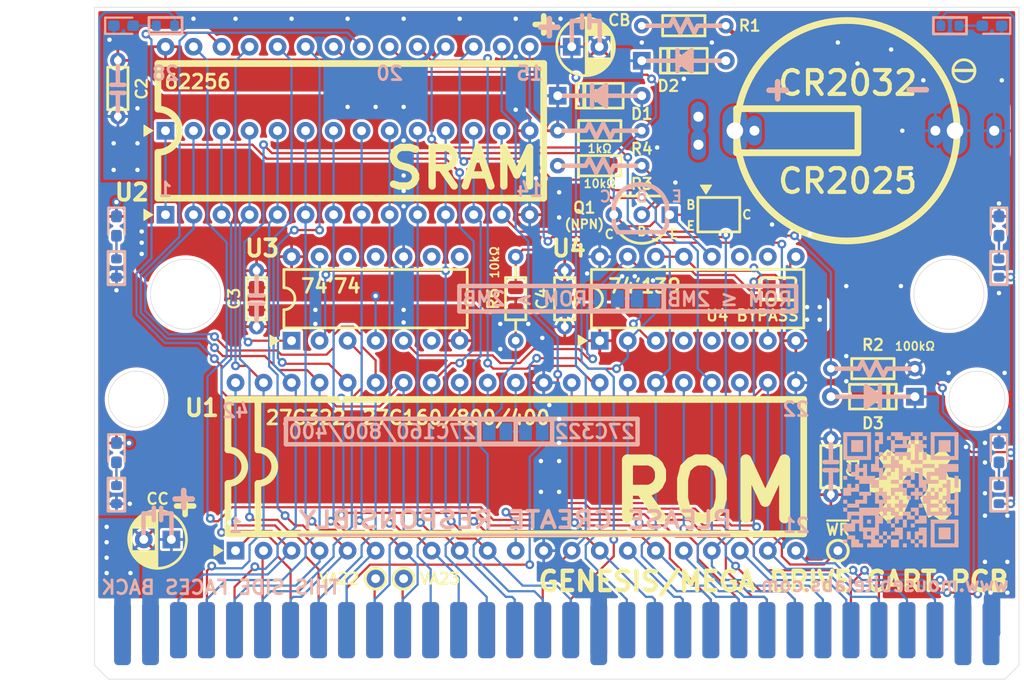
<source format=kicad_pcb>
(kicad_pcb (version 20240108) (generator "pcbnew") (generator_version "8.0")
  (layers (0 "F.Cu" signal) (31 "B.Cu" signal) (34 "B.Paste" user) (35 "F.Paste" user) (36 "B.SilkS" user "B.Silkscreen") (37 "F.SilkS" user "F.Silkscreen") (38 "B.Mask" user) (39 "F.Mask" user) (44 "Edge.Cuts" user))
  (net 0 "")
  (net 1 "GND")
  (net 2 "Net-(B1-+)")
  (net 3 "+5V")
  (net 4 "+VSW")
  (net 5 "+BATT")
  (net 6 "/~{VRES}")
  (net 7 "Net-(D10-A)")
  (net 8 "Net-(D11-A)")
  (net 9 "Net-(D12-A)")
  (net 10 "Net-(D13-A)")
  (net 11 "Net-(D14-A)")
  (net 12 "Net-(D15-A)")
  (net 13 "Net-(D16-A)")
  (net 14 "Net-(D17-A)")
  (net 15 "Net-(D18-A)")
  (net 16 "Net-(D19-A)")
  (net 17 "/A_{13}")
  (net 18 "/A_{16}")
  (net 19 "/A_{0}")
  (net 21 "/A_{7}")
  (net 24 "/D_{1}")
  (net 25 "/~{OE}")
  (net 26 "/D_{2}")
  (net 27 "/D_{15}")
  (net 29 "/A_{12}")
  (net 31 "/D_{10}")
  (net 33 "/A_{15}")
  (net 34 "/D_{14}")
  (net 35 "/A_{1}")
  (net 36 "/A_{2}")
  (net 37 "/~{TIME}")
  (net 38 "/A_{22}")
  (net 39 "/A_{14}")
  (net 41 "/D_{9}")
  (net 42 "/A_{18}")
  (net 44 "/A_{4}")
  (net 45 "/D_{0}")
  (net 46 "/A_{3}")
  (net 47 "/A_{10}")
  (net 48 "/A_{5}")
  (net 49 "/D_{4}")
  (net 50 "/D_{12}")
  (net 51 "/A_{6}")
  (net 52 "/A_{17}")
  (net 53 "/D_{7}")
  (net 54 "/D_{11}")
  (net 55 "/D_{8}")
  (net 56 "/D_{5}")
  (net 58 "/A_{19}")
  (net 60 "/A_{9}")
  (net 61 "/A_{20}")
  (net 64 "/A_{11}")
  (net 65 "/~{CE}")
  (net 66 "/D_{6}")
  (net 68 "/D_{13}")
  (net 69 "/~{LWR}")
  (net 71 "/A_{21}")
  (net 72 "/D_{3}")
  (net 73 "/A_{8}")
  (net 74 "/~{CE}_{RAM}")
  (net 75 "/~{CE}_{SRAM}")
  (net 76 "Net-(Q1A1-B)")
  (net 77 "Net-(SJ1-A)")
  (net 78 "/SEL")
  (net 79 "Net-(SJ3-A)")
  (net 80 "/~{CE}_{ROM}")
  (net 82 "Net-(U3A-O3)")
  (footprint "Bucketmouse:DIP-28_W15.24mm_DUAL" (layer "F.Cu") (at 113.03 93.345 90)
    (property "Reference" "U2" (hide yes))
    (property "Value" "AS6C62256")
  )
  (footprint "Bucketmouse:THT_SMT_0803_SHORT" (layer "F.Cu") (at 173.355 112.395 -90)
    (property "Reference" "C1")
    (property "Value" "0.1u")
  )
  (footprint "LED_SMD:LED_0603_1608Metric_Pad1.05x0.95mm_HandSolder" (layer "F.Cu") (at 188.595 114.935 -90)
    (property "Reference" "D13" (hide yes))
    (property "Value" "LED")
  )
  (footprint "Bucketmouse:THT_SMT_0803_SHORT" (layer "F.Cu") (at 121.285 97.155 -90)
    (property "Reference" "C3")
    (property "Value" "0.1u")
  )
  (footprint "Bucketmouse:THT_SMT_0803_SHORT" (layer "F.Cu") (at 108.712 78.078 -90)
    (property "Reference" "C2")
    (property "Value" "0.1u")
  )
  (footprint "Bucketmouse:CP_Radial_D5.0mm_P2.50mm" (layer "F.Cu") (at 149.86 78.105)
    (property "Reference" "CB")
    (property "Value" "22u")
  )
  (footprint "Bucketmouse:GENESIS_CART" (layer "F.Cu") (at 106.5911 135.4836)
    (property "Reference" "P1" (hide yes))
    (property "Value" "Genesis Cartridge")
    (fp_line (start 0 -60.96) (end 0 -1.27) (stroke (width 0.05)) (layer "Edge.Cuts"))
    (fp_line (start 0 -60.96) (end 83.82 -60.96) (stroke (width 0.05)) (layer "Edge.Cuts"))
    (fp_line (start 0 -1.27) (end 1.27 0) (stroke (width 0.05)) (layer "Edge.Cuts"))
    (fp_line (start 1.27 0) (end 82.55 0) (stroke (width 0.05)) (layer "Edge.Cuts"))
    (fp_line (start 83.82 -1.27) (end 82.55 0) (stroke (width 0.05)) (layer "Edge.Cuts"))
    (fp_line (start 83.82 -1.27) (end 83.82 -60.96) (stroke (width 0.05)) (layer "Edge.Cuts"))
    (fp_arc (start 3.81 -27.94) (mid 6.35 -25.4) (end 3.81 -22.86) (stroke (width 0.05)) (layer "Edge.Cuts"))
    (fp_arc (start 3.81 -22.86) (mid 1.27 -25.4) (end 3.81 -27.94) (stroke (width 0.05)) (layer "Edge.Cuts"))
    (fp_arc (start 8.255 -38.1) (mid 11.43 -34.925) (end 8.255 -31.75) (stroke (width 0.05)) (layer "Edge.Cuts"))
    (fp_arc (start 8.255 -31.75) (mid 5.08 -34.925) (end 8.255 -38.1) (stroke (width 0.05)) (layer "Edge.Cuts"))
    (fp_arc (start 77.47 -38.1) (mid 80.645 -34.925) (end 77.47 -31.75) (stroke (width 0.05)) (layer "Edge.Cuts"))
    (fp_arc (start 77.47 -31.75) (mid 74.295 -34.925) (end 77.47 -38.1) (stroke (width 0.05)) (layer "Edge.Cuts"))
    (fp_arc (start 80.01 -27.94) (mid 82.55 -25.4) (end 80.01 -22.86) (stroke (width 0.05)) (layer "Edge.Cuts"))
    (fp_arc (start 80.01 -22.86) (mid 77.47 -25.4) (end 80.01 -27.94) (stroke (width 0.05)) (layer "Edge.Cuts"))
  )
  (footprint "Bucketmouse:R_0603_1608Metric_Boxed" (layer "F.Cu") (at 188.595 118.745 90)
    (property "Reference" "R13" (hide yes))
    (property "Value" "10k")
  )
  (footprint "Bucketmouse:THT_SMT_0803" (layer "F.Cu") (at 156.21 85.725 180)
    (property "Reference" "R4")
    (property "Value" "10k")
  )
  (footprint "Bucketmouse:COIN_CELL" (layer "F.Cu") (at 174.8085 85.725 180)
    (property "Reference" "B1" (hide yes))
    (property "Value" "CR2025")
  )
  (footprint "Bucketmouse:TestPoint_THTPad_D1.5mm_Drill0.7mm" (layer "F.Cu") (at 132.08 126.365)
    (property "Reference" "TP1" (hide yes))
    (property "Value" "TPB1,27")
  )
  (footprint "Bucketmouse:THT_SMT_0803" (layer "F.Cu") (at 180.975 107.315 180)
    (property "Reference" "R2")
    (property "Value" "100k")
  )
  (footprint "Bucketmouse:TestPoint_THTPad_D1.5mm_Drill0.7mm" (layer "F.Cu") (at 173.99 123.825)
    (property "Reference" "TP3" (hide yes))
    (property "Value" "TPB1,27")
  )
  (footprint "LED_SMD:LED_0603_1608Metric_Pad1.05x0.95mm_HandSolder" (layer "F.Cu") (at 108.585 114.935 -90)
    (property "Reference" "D10" (hide yes))
    (property "Value" "LED")
  )
  (footprint "Bucketmouse:TO-92L_Inline_Wide" (layer "F.Cu") (at 158.75 93.345 180)
    (property "Reference" "Q1A1" (hide yes))
    (property "Value" "2N3904")
  )
  (footprint "Bucketmouse:R_0603_1608Metric_Boxed" (layer "F.Cu") (at 108.585 118.745 90)
    (property "Reference" "R10" (hide yes))
    (property "Value" "10k")
  )
  (footprint "Bucketmouse:THT_SMT_0803" (layer "F.Cu") (at 144.78 97.155 -90)
    (property "Reference" "R5")
    (property "Value" "10k")
  )
  (footprint "Bucketmouse:THT_SMT_0803" (layer "F.Cu") (at 156.21 88.9 180)
    (property "Reference" "R3")
    (property "Value" "10k")
  )
  (footprint "Bucketmouse:DIP-42_W15.24mm" (layer "F.Cu") (at 119.38 123.825 90)
    (property "Reference" "U1")
    (property "Value" "27C322")
  )
  (footprint "Bucketmouse:DIODE_THT_SMT" (layer "F.Cu") (at 156.21 79.375)
    (property "Reference" "D2")
    (property "Value" "D")
  )
  (footprint "Bucketmouse:SOT-23" (layer "F.Cu") (at 163.195 93.345)
    (property "Reference" "Q1B1" (hide yes))
    (property "Value" "MMBT3904")
  )
  (footprint "LOGO" (layer "F.Cu") (at 181 117.5)
    (property "Reference" "G***" (hide yes))
    (property "Value" "LOGO" (hide yes))
  )
  (footprint "LED_SMD:LED_0603_1608Metric_Pad1.05x0.95mm_HandSolder" (layer "F.Cu") (at 108.585 94.375 -90)
    (property "Reference" "D11" (hide yes))
    (property "Value" "LED")
  )
  (footprint "Bucketmouse:DIP-14_W7.62mm" (layer "F.Cu") (at 124.46 104.775 90)
    (property "Reference" "U3")
    (property "Value" "74HC74")
  )
  (footprint "Bucketmouse:SJ" (layer "F.Cu") (at 168.529 100.076)
    (property "Reference" "SJ5" (hide yes))
    (property "Value" "Jumper_2_Open")
  )
  (footprint "Bucketmouse:DIP-16_W7.62mm" (layer "F.Cu") (at 152.4 104.775 90)
    (property "Reference" "U4")
    (property "Value" "74LS139")
  )
  (footprint "Bucketmouse:DIODE_THT_SMT" (layer "F.Cu") (at 148.59 82.55)
    (property "Reference" "D1")
    (property "Value" "D")
  )
  (footprint "Bucketmouse:THT_SMT_0803_SHORT" (layer "F.Cu") (at 149.225 97.155 -90)
    (property "Reference" "C4")
    (property "Value" "0.1u")
  )
  (footprint "LED_SMD:LED_0603_1608Metric_Pad1.05x0.95mm_HandSolder" (layer "F.Cu") (at 188.595 94.375 -90)
    (property "Reference" "D12" (hide yes))
    (property "Value" "LED")
  )
  (footprint "Bucketmouse:CP_Radial_D5.0mm_P2.50mm" (layer "F.Cu") (at 113.5634 122.809 180)
    (property "Reference" "CC")
    (property "Value" "22u")
  )
  (footprint "Bucketmouse:DIODE_THT_SMT" (layer "F.Cu") (at 180.975 109.855 180)
    (property "Reference" "D3")
    (property "Value" "D")
  )
  (footprint "Bucketmouse:R_0603_1608Metric_Boxed" (layer "F.Cu") (at 108.585 98.185 90)
    (property "Reference" "R11" (hide yes))
    (property "Value" "10k")
  )
  (footprint "Bucketmouse:R_0603_1608Metric_Boxed" (layer "F.Cu") (at 188.595 98.185 90)
    (property "Reference" "R12" (hide yes))
    (property "Value" "10k")
  )
  (footprint "Bucketmouse:TestPoint_THTPad_D1.5mm_Drill0.7mm" (layer "F.Cu") (at 134.62 126.365)
    (property "Reference" "TP2" (hide yes))
    (property "Value" "TPB1,27")
  )
  (footprint "Bucketmouse:THT_SMT_0803" (layer "F.Cu") (at 156.21 76.2)
    (property "Reference" "R1")
    (property "Value" "1k")
  )
  (footprint "LED_SMD:LED_0603_1608Metric_Pad1.05x0.95mm_HandSolder" (layer "B.Cu") (at 188.595 114.935 -90)
    (property "Reference" "D19" (hide yes))
    (property "Value" "LED")
  )
  (footprint "Bucketmouse:R_0603_1608Metric_Boxed" (layer "B.Cu") (at 108.585 118.745 90)
    (property "Reference" "R14" (hide yes))
    (property "Value" "10k")
  )
  (footprint "Bucketmouse:R_0603_1608Metric_Boxed" (layer "B.Cu") (at 184.15 76.2)
    (property "Reference" "R17" (hide yes))
    (property "Value" "10k")
  )
  (footprint "Bucketmouse:SJ" (layer "B.Cu") (at 153.2382 100.965 180)
    (property "Reference" "SJ3" (hide yes))
    (property "Value" "Jumper_2_Open")
  )
  (footprint "LOGO" (layer "B.Cu") (at 179.7 118.3 180)
    (property "Reference" "G***" (hide yes))
    (property "Value" "LOGO" (hide yes))
  )
  (footprint "LED_SMD:LED_0603_1608Metric_Pad1.05x0.95mm_HandSolder" (layer "B.Cu") (at 108.585 94.375 -90)
    (property "Reference" "D15" (hide yes))
    (property "Value" "LED")
  )
  (footprint "Bucketmouse:SJ" (layer "B.Cu") (at 156.5402 100.965 180)
    (property "Reference" "SJ4" (hide yes))
    (property "Value" "Jumper_2_Open")
  )
  (footprint "LOGO" (layer "B.Cu") (at 173.99 85.725 180)
    (property "Reference" "G***" (hide yes))
    (property "Value" "LOGO" (hide yes))
  )
  (footprint "LED_SMD:LED_0603_1608Metric_Pad1.05x0.95mm_HandSolder" (layer "B.Cu") (at 188.595 94.375 -90)
    (property "Reference" "D18" (hide yes))
    (property "Value" "LED")
  )
  (footprint "Bucketmouse:SJ" (layer "B.Cu") (at 143.129 113.03 180)
    (property "Reference" "SJ1" (hide yes))
    (property "Value" "Jumper_2_Open")
  )
  (footprint "Bucketmouse:R_0603_1608Metric_Boxed" (layer "B.Cu") (at 188.595 98.185 90)
    (property "Reference" "R18" (hide yes))
    (property "Value" "10k")
  )
  (footprint "LED_SMD:LED_0603_1608Metric_Pad1.05x0.95mm_HandSolder" (layer "B.Cu") (at 109.22 76.2)
    (property "Reference" "D16" (hide yes))
    (property "Value" "LED")
  )
  (footprint "LED_SMD:LED_0603_1608Metric_Pad1.05x0.95mm_HandSolder" (layer "B.Cu") (at 187.96 76.2 180)
    (property "Reference" "D17" (hide yes))
    (property "Value" "LED")
  )
  (footprint "Bucketmouse:R_0603_1608Metric_Boxed" (layer "B.Cu") (at 108.585 98.185 90)
    (property "Reference" "R15" (hide yes))
    (property "Value" "10k")
  )
  (footprint "Bucketmouse:R_0603_1608Metric_Boxed" (layer "B.Cu") (at 113.03 76.2 180)
    (property "Reference" "R16" (hide yes))
    (property "Value" "10k")
  )
  (footprint "Bucketmouse:SJ" (layer "B.Cu") (at 146.431 113.03 180)
    (property "Reference" "SJ2" (hide yes))
    (property "Value" "Jumper_2_Open")
  )
  (footprint "LED_SMD:LED_0603_1608Metric_Pad1.05x0.95mm_HandSolder" (layer "B.Cu") (at 108.585 114.935 -90)
    (property "Reference" "D14" (hide yes))
    (property "Value" "LED")
  )
  (footprint "Bucketmouse:R_0603_1608Metric_Boxed" (layer "B.Cu") (at 188.595 118.745 90)
    (property "Reference" "R19" (hide yes))
    (property "Value" "10k")
  )
  (gr_line (start 153.67 85.725) (end 156.21 85.725) (stroke (width 0.4064)) (layer "B.SilkS"))
  (gr_line (start 153.3525 86.36) (end 153.67 85.725) (stroke (width 0.4064)) (layer "B.SilkS"))
  (gr_line (start 152.4 78.105) (end 152.4 75.7682) (stroke (width 0.4064)) (layer "B.SilkS"))
  (gr_line (start 158.496 92.583) (end 158.496 94.234) (stroke (width 0.4064)) (layer "B.SilkS"))
  (gr_line (start 160.0835 79.375) (end 159.4485 79.375) (stroke (width 0.4064)) (layer "B.SilkS"))
  (gr_line (start 152.7175 88.265) (end 153.3525 89.535) (stroke (width 0.4064)) (layer "B.SilkS"))
  (gr_line (start 159.7025 76.835) (end 160.3375 75.565) (stroke (width 0.4064)) (layer "B.SilkS"))
  (gr_line (start 139.6746 99.8093) (end 154.8003 99.8093) (stroke (width 0.4064)) (layer "B.SilkS"))
  (gr_line (start 176.8475 107.95) (end 176.2125 106.68) (stroke (width 0.4064)) (layer "B.SilkS"))
  (gr_line (start 112.6363 120.4468) (end 112.6363 119.9388) (stroke (width 0.4064)) (layer "B.SilkS"))
  (gr_line (start 178.435 107.315) (end 178.1175 107.95) (stroke (width 0.4064)) (layer "B.SilkS"))
  (gr_line (start 153.3525 89.535) (end 153.67 88.9) (stroke (width 0.4064)) (layer "B.SilkS"))
  (gr_line (start 177.165 109.855) (end 176.53 110.49) (stroke (width 0.4064)) (layer "B.SilkS"))
  (gr_line (start 163.8935 79.375) (end 160.0835 79.375) (stroke (width 0.4064)) (layer "B.SilkS"))
  (gr_arc (start 155.956 90.6145) (mid 157.646841 91.104449) (end 158.496 92.6465) (stroke (width 0.4064)) (layer "B.SilkS"))
  (gr_line (start 159.4485 79.375) (end 156.2735 79.375) (stroke (width 0.4064)) (layer "B.SilkS"))
  (gr_line (start 152.0825 86.36) (end 152.7175 85.09) (stroke (width 0.4064)) (layer "B.SilkS"))
  (gr_line (start 121.285 101.4095) (end 121.8692 101.4095) (stroke (width 0.4064)) (layer "B.SilkS"))
  (gr_line (start 152.9715 83.185) (end 152.9715 83.5025) (stroke (width 0.4064)) (layer "B.SilkS"))
  (gr_line (start 173.355 115.7859) (end 172.7708 115.7859) (stroke (width 0.4064)) (layer "B.SilkS"))
  (gr_line (start 170.2054 102.1207) (end 154.963595 102.1207) (stroke (width 0.4064)) (layer "B.SilkS"))
  (gr_line (start 112.6363 120.4468) (end 112.6363 121.0564) (stroke (width 0.4064)) (layer "B.SilkS"))
  (gr_line (start 158.21025 101.91115) (end 158.21025 99.96805) (stroke (width 0.4064)) (layer "B.SilkS"))
  (gr_line (start 111.0361 120.4468) (end 111.9759 120.4468) (stroke (width 0.4064)) (layer "B.SilkS"))
  (gr_line (start 154.8003 99.8093) (end 170.2054 99.8093) (stroke (width 0.4064)) (layer "B.SilkS"))
  (gr_line (start 108.712 84.455) (end 108.712 82.296) (stroke (width 0.4064)) (layer "B.SilkS"))
  (gr_line (start 108.712 81.5594) (end 109.2962 81.5594) (stroke (width 0.4064)) (layer "B.SilkS"))
  (gr_line (start 160.7185 78.74) (end 160.7185 80.01) (stroke (width 0.4064)) (layer "B.SilkS"))
  (gr_line (start 108.712 81.5594) (end 108.1278 81.5594) (stroke (width 0.4064)) (layer "B.SilkS"))
  (gr_arc (start 153.67 92.6465) (mid 154.519178 91.104472) (end 156.21 90.6145) (stroke (width 0.4064)) (layer "B.SilkS"))
  (gr_line (start 177.165 109.855) (end 176.53 109.22) (stroke (width 0.4064)) (layer "B.SilkS"))
  (gr_line (start 141.478 112.05845) (end 141.478 114.00155) (stroke (width 0.4064)) (layer "B.SilkS"))
  (gr_line (start 156.21 76.2) (end 158.75 76.2) (stroke (width 0.4064)) (layer "B.SilkS"))
  (gr_line (start 113.5761 122.7836) (end 113.5761 120.4468) (stroke (width 0.4064)) (layer "B.SilkS"))
  (gr_line (start 144.78 112.014) (end 144.78 113.9571) (stroke (width 0.4064)) (layer "B.SilkS"))
  (gr_line (start 152.4 75.7682) (end 151.4602 75.7682) (stroke (width 0.4064)) (layer "B.SilkS"))
  (gr_line (start 170.2054 99.8093) (end 170.2054 102.1207) (stroke (width 0.4064)) (layer "B.SilkS"))
  (gr_line (start 151.4475 88.265) (end 152.0825 89.535) (stroke (width 0.4064)) (layer "B.SilkS"))
  (gr_line (start 139.6746 102.1207) (end 139.6746 99.8093) (stroke (width 0.4064)) (layer "B.SilkS"))
  (gr_line (start 152.7175 85.09) (end 153.3525 86.36) (stroke (width 0.4064)) (layer "B.SilkS"))
  (gr_line (start 155.829 114.173) (end 144.854395 114.173) (stroke (width 0.4064)) (layer "B.SilkS"))
  (gr_line (start 160.0835 79.375) (end 160.7185 78.74) (stroke (width 0.4064)) (layer "B.SilkS"))
  (gr_line (start 121.285 98.4885) (end 121.285 100.6729) (stroke (width 0.4064)) (layer "B.SilkS"))
  (gr_line (start 160.0835 79.375) (end 160.7185 80.01) (stroke (width 0.4064)) (layer "B.SilkS"))
  (gr_line (start 159.0675 75.565) (end 159.7025 76.835) (stroke (width 0.4064)) (layer "B.SilkS"))
  (gr_line (start 151.4602 75.7682) (end 151.4602 75.2602) (stroke (width 0.4064)) (layer "B.SilkS"))
  (gr_line (start 108.712 82.296) (end 109.2962 82.296) (stroke (width 0.4064)) (layer "B.SilkS"))
  (gr_line (start 153.67 88.9) (end 156.21 88.9) (stroke (width 0.4064)) (layer "B.SilkS"))
  (gr_line (start 177.8 110.8075) (end 177.8 109.855) (stroke (width 0.4064)) (layer "B.SilkS"))
  (gr_line (start 113.5761 120.4468) (end 112.6363 120.4468) (stroke (width 0.4064)) (layer "B.SilkS"))
  (gr_line (start 152.9715 81.5975) (end 152.9715 81.915) (stroke (width 0.4064)) (layer "B.SilkS"))
  (gr_line (start 151.7015 82.55) (end 151.7015 83.5025) (stroke (width 0.4064)) (layer "B.SilkS"))
  (gr_line (start 160.3375 75.565) (end 160.9725 76.835) (stroke (width 0.4064)) (layer "B.SilkS"))
  (gr_line (start 152.3365 82.55) (end 152.9715 83.185) (stroke (width 0.4064)) (layer "B.SilkS"))
  (gr_line (start 152.3365 82.55) (end 156.1465 82.55) (stroke (width 0.4064)) (layer "B.SilkS"))
  (gr_line (start 177.8 109.855) (end 177.8 108.9025) (stroke (width 0.4064)) (layer "B.SilkS"))
  (gr_line (start 152.9715 81.915) (end 152.9715 83.185) (stroke (width 0.4064)) (layer "B.SilkS"))
  (gr_line (start 176.53 109.22) (end 176.53 108.9025) (stroke (width 0.4064)) (layer "B.SilkS"))
  (gr_line (start 158.75 76.2) (end 159.0675 75.565) (stroke (width 0.4064)) (layer "B.SilkS"))
  (gr_line (start 108.712 82.296) (end 108.1278 82.296) (stroke (width 0.4064)) (layer "B.SilkS"))
  (gr_line (start 173.355 116.5225) (end 172.7708 116.5225) (stroke (width 0.4064)) (layer "B.SilkS"))
  (gr_line (start 152.3365 82.55) (end 152.9715 81.915) (stroke (width 0.4064)) (layer "B.SilkS"))
  (gr_line (start 178.1175 107.95) (end 177.4825 106.68) (stroke (width 0.4064)) (layer "B.SilkS"))
  (gr_line (start 161.29 76.2) (end 163.83 76.2) (stroke (width 0.4064)) (layer "B.SilkS"))
  (gr_line (start 151.4475 85.09) (end 152.0825 86.36) (stroke (width 0.4064)) (layer "B.SilkS"))
  (gr_line (start 111.0361 122.7836) (end 111.0361 120.4468) (stroke (width 0.4064)) (layer "B.SilkS"))
  (gr_line (start 150.7998 75.7682) (end 150.7998 75.2602) (stroke (width 0.4064)) (layer "B.SilkS"))
  (gr_line (start 144.854395 114.173) (end 123.952 114.173) (stroke (width 0.4064)) (layer "B.SilkS"))
  (gr_line (start 121.285 100.6729) (end 121.8692 100.6729) (stroke (width 0.4064)) (layer "B.SilkS"))
  (gr_line (start 154.051 94.9325) (end 158.115 94.9325) (stroke (width 0.4064)) (layer "B.SilkS"))
  (gr_line (start 176.53 108.9025) (end 177.8 109.855) (stroke (width 0.4064)) (layer "B.SilkS"))
  (gr_line (start 149.86 75.7682) (end 150.7998 75.7682) (stroke (width 0.4064)) (layer "B.SilkS"))
  (gr_line (start 152.9715 83.5025) (end 151.7015 82.55) (stroke (width 0.4064)) (layer "B.SilkS"))
  (gr_line (start 154.963595 102.1207) (end 139.6746 102.1207) (stroke (width 0.4064)) (layer "B.SilkS"))
  (gr_line (start 151.13 85.725) (end 151.4475 85.09) (stroke (width 0.4064)) (layer "B.SilkS"))
  (gr_line (start 148.5265 82.55) (end 151.7015 82.55) (stroke (width 0.4064)) (layer "B.SilkS"))
  (gr_line (start 150.7998 75.7682) (end 150.7998 76.3778) (stroke (width 0.4064)) (layer "B.SilkS"))
  (gr_line (start 151.7015 82.55) (end 152.3365 82.55) (stroke (width 0.4064)) (layer "B.SilkS"))
  (gr_line (start 180.975 109.855) (end 177.8 109.855) (stroke (width 0.4064)) (layer "B.SilkS"))
  (gr_line (start 159.4485 78.4225) (end 159.4485 79.375) (stroke (width 0.4064)) (layer "B.SilkS"))
  (gr_line (start 108.712 79.375) (end 108.712 81.5594) (stroke (width 0.4064)) (layer "B.SilkS"))
  (gr_line (start 160.7185 78.4225) (end 160.7185 78.74) (stroke (width 0.4064)) (layer "B.SilkS"))
  (gr_line (start 155.829 111.8616) (end 155.829 114.173) (stroke (width 0.4064)) (layer "B.SilkS"))
  (gr_line (start 177.8 109.855) (end 176.53 110.8075) (stroke (width 0.4064)) (layer "B.SilkS"))
  (gr_line (start 173.355 115.7859) (end 173.9392 115.7859) (stroke (width 0.4064)) (layer "B.SilkS"))
  (gr_line (start 177.165 109.855) (end 173.355 109.855) (stroke (width 0.4064)) (layer "B.SilkS"))
  (gr_line (start 121.285 101.4095) (end 120.7008 101.4095) (stroke (width 0.4064)) (layer "B.SilkS"))
  (gr_line (start 173.355 116.5225) (end 173.9392 116.5225) (stroke (width 0.4064)) (layer "B.SilkS"))
  (gr_line (start 160.7185 80.01) (end 160.7185 80.3275) (stroke (width 0.4064)) (layer "B.SilkS"))
  (gr_line (start 159.4485 79.375) (end 160.7185 78.4225) (stroke (width 0.4064)) (layer "B.SilkS"))
  (gr_line (start 151.7015 82.55) (end 152.9715 81.5975) (stroke (width 0.4064)) (layer "B.SilkS"))
  (gr_line (start 123.952 111.8616) (end 144.6911 111.8616) (stroke (width 0.4064)) (layer "B.SilkS"))
  (gr_line (start 158.1912 100.00615) (end 158.1912 101.94925) (stroke (width 0.4064)) (layer "B.SilkS"))
  (gr_line (start 180.975 107.315) (end 178.435 107.315) (stroke (width 0.4064)) (layer "B.SilkS"))
  (gr_line (start 148.59 85.725) (end 151.13 85.725) (stroke (width 0.4064)) (layer "B.SilkS"))
  (gr_line (start 160.9725 76.835) (end 161.29 76.2) (stroke (width 0.4064)) (layer "B.SilkS"))
  (gr_line (start 173.355 113.6015) (end 173.355 115.7859) (stroke (width 0.4064)) (layer "B.SilkS"))
  (gr_line (start 151.13 88.9) (end 151.4475 88.265) (stroke (width 0.4064)) (layer "B.SilkS"))
  (gr_line (start 153.67 92.6465) (end 153.67 94.2975) (stroke (width 0.4064)) (layer "B.SilkS"))
  (gr_line (start 111.9759 120.4468) (end 111.9759 119.9388) (stroke (width 0.4064)) (layer "B.SilkS"))
  (gr_line (start 151.4602 75.7682) (end 151.4602 76.3778) (stroke (width 0.4064)) (layer "B.SilkS"))
  (gr_line (start 153.67 94.2975) (end 154.051 94.9325) (stroke (width 0.4064)) (layer "B.SilkS"))
  (gr_line (start 148.59 88.9) (end 151.13 88.9) (stroke (width 0.4064)) (layer "B.SilkS"))
  (gr_line (start 176.53 110.49) (end 176.53 109.22) (stroke (width 0.4064)) (layer "B.SilkS"))
  (gr_line (start 149.86 78.105) (end 149.86 75.7682) (stroke (width 0.4064)) (layer "B.SilkS"))
  (gr_line (start 177.8 109.855) (end 177.165 109.855) (stroke (width 0.4064)) (layer "B.SilkS"))
  (gr_line (start 173.355 118.6815) (end 173.355 116.5225) (stroke (width 0.4064)) (layer "B.SilkS"))
  (gr_line (start 154.8892 99.9617) (end 154.8892 101.9048) (stroke (width 0.4064)) (layer "B.SilkS"))
  (gr_line (start 152.0825 89.535) (end 152.7175 88.265) (stroke (width 0.4064)) (layer "B.SilkS"))
  (gr_line (start 111.9759 120.4468) (end 111.9759 121.0564) (stroke (width 0.4064)) (layer "B.SilkS"))
  (gr_line (start 123.952 114.173) (end 123.952 111.8616) (stroke (width 0.4064)) (layer "B.SilkS"))
  (gr_line (start 151.7015 81.5975) (end 151.7015 82.55) (stroke (width 0.4064)) (layer "B.SilkS"))
  (gr_line (start 175.895 107.315) (end 173.355 107.315) (stroke (width 0.4064)) (layer "B.SilkS"))
  (gr_line (start 121.285 103.5685) (end 121.285 101.4095) (stroke (width 0.4064)) (layer "B.SilkS"))
  (gr_line (start 160.7185 80.3275) (end 159.4485 79.375) (stroke (width 0.4064)) (layer "B.SilkS"))
  (gr_line (start 177.4825 106.68) (end 176.8475 107.95) (stroke (width 0.4064)) (layer "B.SilkS"))
  (gr_line (start 176.2125 106.68) (end 175.895 107.315) (stroke (width 0.4064)) (layer "B.SilkS"))
  (gr_line (start 148.082 112.05845) (end 148.082 114.00155) (stroke (width 0.4064)) (layer "B.SilkS"))
  (gr_line (start 151.5872 100.00615) (end 151.5872 101.94925) (stroke (width 0.4064)) (layer "B.SilkS"))
  (gr_line (start 121.285 100.6729) (end 120.7008 100.6729) (stroke (width 0.4064)) (layer "B.SilkS"))
  (gr_line (start 144.6911 111.8616) (end 155.829 111.8616) (stroke (width 0.4064)) (layer "B.SilkS"))
  (gr_line (start 125.153069 122.404771) (end 164.142069 122.404771) (stroke (width 0.254)) (layer "B.SilkS"))
  (gr_line (start 159.4485 79.375) (end 159.4485 80.3275) (stroke (width 0.4064)) (layer "B.SilkS"))
  (gr_line (start 176.53 110.8075) (end 176.53 110.49) (stroke (width 0.4064)) (layer "B.SilkS"))
  (gr_line (start 158.115 94.9325) (end 158.496 94.2975) (stroke (width 0.4064)) (layer "B.SilkS"))
  (gr_line (start 121.412 110.109) (end 121.412 114.681) (stroke (width 0.6096)) (layer "F.SilkS"))
  (gr_circle (center 185.42 80.287) (end 186.42 80.287) (stroke (width 0.25)) (fill none) (layer "F.SilkS"))
  (gr_line (start 170.8912 110.109) (end 170.8912 122.301) (stroke (width 0.6096)) (layer "F.SilkS"))
  (gr_line (start 118.6942 110.109) (end 170.8912 110.109) (stroke (width 0.6096)) (layer "F.SilkS"))
  (gr_line (start 170.8912 122.301) (end 118.6942 122.301) (stroke (width 0.6096)) (layer "F.SilkS"))
  (gr_line (start 121.412 117.729) (end 121.412 122.301) (stroke (width 0.6096)) (layer "F.SilkS"))
  (gr_arc (start 118.6942 114.681) (mid 120.2182 116.205) (end 118.6942 117.729) (stroke (width 0.6096)) (layer "F.SilkS"))
  (gr_line (start 118.6942 117.729) (end 118.6942 122.301) (stroke (width 0.6096)) (layer "F.SilkS"))
  (gr_line (start 118.6942 110.109) (end 118.6942 114.681) (stroke (width 0.6096)) (layer "F.SilkS"))
  (gr_arc (start 121.412 114.681) (mid 122.936 116.205) (end 121.412 117.729) (stroke (width 0.6096)) (layer "F.SilkS"))
  (gr_text "PLEASE CREATE RESPONSIBLY" (at 144.78 121.031 0) (layer "B.SilkS") (effects (font (size 1.5 1.75) (thickness 0.33) (bold yes)) (justify mirror)))
  (gr_text "E" (at 159.385 91.694 0) (layer "B.SilkS") (effects (font (size 1 1) (thickness 0.2)) (justify mirror)))
  (gr_text "20" (at 133.35 80.518 0) (layer "B.SilkS") (effects (font (size 1.25 1.25) (thickness 0.25)) (justify mirror)))
  (gr_text "42" (at 119.38 111.125 0) (layer "B.SilkS") (effects (font (size 1.25 1.25) (thickness 0.25)) (justify mirror)))
  (gr_text "21" (at 170.2054 121.539 0) (layer "B.SilkS") (effects (font (size 1.25 1.25) (thickness 0.25)) (justify mirror)))
  (gr_text "ROM > 2MB" (at 151.4348 100.9904 0) (layer "B.SilkS") (effects (font (size 1.25 1.25) (thickness 0.25)) (justify left mirror)))
  (gr_text "22" (at 170.18 110.998 0) (layer "B.SilkS") (effects (font (size 1.25 1.25) (thickness 0.25)) (justify mirror)))
  (gr_text "28" (at 113.03 80.518 0) (layer "B.SilkS") (effects (font (size 1.25 1.25) (thickness 0.25)) (justify mirror)))
  (gr_text "1" (at 119.38 121.539 0) (layer "B.SilkS") (effects (font (size 1.25 1.25) (thickness 0.25)) (justify mirror)))
  (gr_text "+" (at 168.529 81.915 0) (layer "B.SilkS") (effects (font (size 2.032 2.032) (thickness 0.508)) (justify mirror)))
  (gr_text "14" (at 146.05 91.059 0) (layer "B.SilkS") (effects (font (size 1.25 1.25) (thickness 0.25)) (justify mirror)))
  (gr_text "ROM ≤ 2MB" (at 158.369 101.0158 0) (layer "B.SilkS") (effects (font (size 1.25 1.25) (thickness 0.25)) (justify right mirror)))
  (gr_text "_" (at 181.229 80.899 0) (layer "B.SilkS") (effects (font (size 2.032 2.032) (thickness 0.508)) (justify mirror)))
  (gr_text "C" (at 152.908 91.694 0) (layer "B.SilkS") (effects (font (size 1 1) (thickness 0.2)) (justify mirror)))
  (gr_text "1" (at 113.03 91.059 0) (layer "B.SilkS") (effects (font (size 1.25 1.25) (thickness 0.25)) (justify mirror)))
  (gr_text "+" (at 114.681 118.999 0) (layer "B.SilkS") (effects (font (size 2.032 2.032) (thickness 0.508)) (justify mirror)))
  (gr_text "27C322" (at 151.9428 113.03 0) (layer "B.SilkS") (effects (font (size 1.25 1.25) (thickness 0.25)) (justify mirror)))
  (gr_text "15" (at 146.05 80.518 0) (layer "B.SilkS") (effects (font (size 1.25 1.25) (thickness 0.25)) (justify mirror)))
  (gr_text "27C160/800/400" (at 141.3256 113.03 0) (layer "B.SilkS") (effects (font (size 1.25 1.25) (thickness 0.25)) (justify left mirror)))
  (gr_text "www.mousebitelabs.com" (at 189.611 127.635 0) (layer "B.SilkS") (effects (font (size 1.25 1.25) (thickness 0.25) (bold yes)) (justify left bottom mirror)))
  (gr_text "THIS SIDE FACES BACK" (at 107.061 127.889 0) (layer "B.SilkS") (effects (font (size 1.25 1.25) (thickness 0.25) (bold yes)) (justify right bottom mirror)))
  (gr_text "+" (at 147.828 76.2 0) (layer "B.SilkS") (effects (font (size 2.032 2.032) (thickness 0.508)) (justify mirror)))
  (gr_text "B" (at 156.21 91.694 0) (layer "B.SilkS") (effects (font (size 1 1) (thickness 0.2)) (justify mirror)))
  (gr_text "10kΩ" (at 152.4 90.5256 0) (layer "F.SilkS") (effects (font (size 0.75 0.75) (thickness 0.15) (bold yes))))
  (gr_text "+" (at 114.808 119.634 0) (layer "F.SilkS") (effects (font (size 2.032 2.032) (thickness 0.508))))
  (gr_text "VA23" (at 137.922 126.365 0) (layer "F.SilkS") (effects (font (size 1 1) (thickness 0.2) (bold yes))))
  (gr_text "~{WR}" (at 173.99 121.92 0) (layer "F.SilkS") (effects (font (size 1 1) (thickness 0.2) (bold yes))))
  (gr_text "10kΩ" (at 142.875 97.663 90) (layer "F.SilkS") (effects (font (size 0.75 0.75) (thickness 0.15) (bold yes))))
  (gr_text "62256" (at 115.951 81.28 0) (layer "F.SilkS") (effects (font (size 1.25 1.25) (thickness 0.25) (bold yes))))
  (gr_text "B" (at 160.655 92.456 0) (layer "F.SilkS") (effects (font (size 0.8 0.8) (thickness 0.175))))
  (gr_text "CR2032" (at 174.879 81.407 0) (layer "F.SilkS") (effects (font (size 2.159 2.159) (thickness 0.381))))
  (gr_text "SRAM" (at 139.954 89.154 0) (layer "F.SilkS") (effects (font (size 3.5 3.5) (thickness 0.666) (bold yes))))
  (gr_text "GENESIS/MEGA DRIVE CART PCB" (at 189.738 127.635 0) (layer "F.SilkS") (effects (font (size 1.75 1.75) (thickness 0.4) (bold yes)) (justify right bottom)))
  (gr_text "_" (at 185.42 78.994 0) (layer "F.SilkS") (effects (font (size 2.3 2.3) (thickness 0.3))))
  (gr_text "1kΩ" (at 152.4 87.3506 0) (layer "F.SilkS") (effects (font (size 0.75 0.75) (thickness 0.15) (bold yes))))
  (gr_text "ROM" (at 171.069 121.539 0) (layer "F.SilkS") (effects (font (size 5.25 5.25) (thickness 1) (bold yes)) (justify right bottom)))
  (gr_text "(NPN)" (at 151.003 94.2086 0) (layer "F.SilkS") (effects (font (size 0.8 0.8) (thickness 0.175))))
  (gr_text "VA22" (at 128.778 126.365 0) (layer "F.SilkS") (effects (font (size 1 1) (thickness 0.2) (bold yes))))
  (gr_text "U2" (at 109.982 91.313 0) (layer "F.SilkS") (effects (font (size 1.5 1.5) (thickness 0.33) (bold yes))))
  (gr_text "Q1" (at 151.003 92.71 0) (layer "F.SilkS") (effects (font (size 1 1) (thickness 0.2) (bold yes))))
  (gr_text "U4 BYPASS" (at 166.243 102.489 0) (layer "F.SilkS") (effects (font (size 1 1) (thickness 0.2) (bold yes))))
  (gr_text "74'139" (at 156.464 99.822 0) (layer "F.SilkS") (effects (font (size 1.25 1.25) (thickness 0.25) (bold yes))))
  (gr_text "27C322, 27C160/800/400" (at 135.001 111.76 0) (layer "F.SilkS") (effects (font (size 1.25 1.25) (thickness 0.25) (bold yes))))
  (gr_text "+" (at 147.32 75.946 0) (layer "F.SilkS") (effects (font (size 2.032 2.032) (thickness 0.508))))
  (gr_text "74'74" (at 128.016 99.822 0) (layer "F.SilkS") (effects (font (size 1.25 1.25) (thickness 0.25) (bold yes))))
  (gr_text "C" (at 165.735 93.345 0) (layer "F.SilkS") (effects (font (size 0.8 0.8) (thickness 0.175))))
  (gr_text "B" (at 156.21 94.869 0) (layer "F.SilkS") (effects (font (size 0.8 0.8) (thickness 0.175))))
  (gr_text "E" (at 160.655 94.361 0) (layer "F.SilkS") (effects (font (size 0.8 0.8) (thickness 0.175))))
  (gr_text "CR2025" (at 174.879 90.297 0) (layer "F.SilkS") (effects (font (size 2.159 2.159) (thickness 0.381))))
  (gr_text "100kΩ" (at 180.975 105.283 0) (layer "F.SilkS") (effects (font (size 0.75 0.75) (thickness 0.15) (bold yes))))
  (gr_text "C" (at 153.2636 95.123 0) (layer "F.SilkS") (effects (font (size 0.8 0.8) (thickness 0.175))))
  (gr_text "E" (at 159.131 95.123 0) (layer "F.SilkS") (effects (font (size 0.8 0.8) (thickness 0.175))))
  (segment (start 188.595 93.5) (end 188.595 92.329) (width 0.2) (layer "F.Cu") (net 1))
  (segment (start 149.225 101.98) (end 149.225 103.505) (width 0.4) (layer "F.Cu") (net 1))
  (segment (start 184.150018 85.725) (end 184.785018 85.725) (width 0.4) (layer "F.Cu") (net 1))
  (segment (start 187.8711 127.6731) (end 187.8711 131.0386) (width 0.2) (layer "F.Cu") (net 1))
  (segment (start 178.175 107.315) (end 180.975 107.315) (width 0.4) (layer "F.Cu") (net 1))
  (segment (start 121.285 101.98) (end 121.285 103.505) (width 0.4) (layer "F.Cu") (net 1))
  (segment (start 108.585 92.202) (end 108.585 93.5) (width 0.2) (layer "F.Cu") (net 1))
  (segment (start 188.595 114.06) (end 188.595 112.70431) (width 0.2) (layer "F.Cu") (net 1))
  (segment (start 121.411 101.854) (end 121.285 101.98) (width 0.4) (layer "F.Cu") (net 1))
  (segment (start 187.833 127.635) (end 187.8711 127.6731) (width 0.2) (layer "F.Cu") (net 1))
  (segment (start 188.595 112.70431) (end 188.616196 112.683114) (width 0.2) (layer "F.Cu") (net 1))
  (segment (start 173.355 117.22) (end 173.355 118.745) (width 0.4) (layer "F.Cu") (net 1))
  (segment (start 109.728 114.06) (end 108.585 114.06) (width 0.2) (layer "F.Cu") (net 1))
  (via (at 144.78 83.82) (size 0.8) (drill 0.4) (layers "F.Cu" "B.Cu") (net 1))
  (via (at 148.717 93.599) (size 0.8) (drill 0.4) (layers "F.Cu" "B.Cu") (net 1))
  (via (at 108.331 89.281) (size 0.8) (drill 0.4) (layers "F.Cu" "B.Cu") (net 1))
  (via (at 107.95 77.47) (size 0.8) (drill 0.4) (layers "F.Cu" "B.Cu") (net 1))
  (via (at 108.331 86.868) (size 0.8) (drill 0.4) (layers "F.Cu" "B.Cu") (net 1))
  (via (at 174.752 99.822) (size 0.8) (drill 0.4) (layers "F.Cu" "B.Cu") (net 1))
  (via (at 107.696 124.46) (size 0.8) (drill 0.4) (layers "F.Cu" "B.Cu") (net 1))
  (via (at 180.594 89.662) (size 0.8) (drill 0.4) (layers "F.Cu" "B.Cu") (net 1))
  (via (at 126.619 103.251) (size 0.8) (drill 0.4) (layers "F.Cu" "B.Cu") (net 1))
  (via (at 129.54 75.565) (size 0.8) (drill 0.4) (layers "F.Cu" "B.Cu") (net 1))
  (via (at 129.54 83.566) (size 0.8) (drill 0.4) (layers "F.Cu" "B.Cu") (net 1))
  (via (at 188.595 92.329) (size 0.8) (drill 0.4) (layers "F.Cu" "B.Cu") (net 1))
  (via (at 134.62 91.186) (size 0.8) (drill 0.4) (layers "F.Cu" "B.Cu") (net 1))
  (via (at 168.021 94.234) (size 0.8) (drill 0.4) (layers "F.Cu" "B.Cu") (net 1))
  (via (at 148.717 91.313) (size 0.8) (drill 0.4) (layers "F.Cu" "B.Cu") (net 1))
  (via (at 107.696 125.857) (size 0.8) (drill 0.4) (layers "F.Cu" "B.Cu") (net 1))
  (via (at 134.62 75.565) (size 0.8) (drill 0.4) (layers "F.Cu" "B.Cu") (net 1))
  (via (at 188.595 100.457) (size 0.8) (drill 0.4) (layers "F.Cu" "B.Cu") (net 1))
  (via (at 160.02 81.026) (size 0.8) (drill 0.4) (layers "F.Cu" "B.Cu") (net 1))
  (via (at 189.103 107.696) (size 0.8) (drill 0.4) (layers "F.Cu" "B.Cu") (net 1))
  (via (at 171.45 95.123) (size 0.8) (drill 0.4) (layers "F.Cu" "B.Cu") (net 1))
  (via (at 144.78 75.565) (size 0.8) (drill 0.4) (layers "F.Cu" "B.Cu") (net 1))
  (via (at 187.325 115.824) (size 0.8) (drill 0.4) (layers "F.Cu" "B.Cu") (net 1))
  (via (at 175.768 79.629) (size 0.8) (drill 0.4) (layers "F.Cu" "B.Cu") (net 1))
  (via (at 143.383 103.251) (size 0.8) (drill 0.4) (layers "F.Cu" "B.Cu") (net 1))
  (via (at 147.193 104.521) (size 0.8) (drill 0.4) (layers "F.Cu" "B.Cu") (net 1))
  (via (at 187.325 114.046) (size 0.8) (drill 0.4) (layers "F.Cu" "B.Cu") (net 1))
  (via (at 109.855 125.857) (size 0.8) (drill 0.4) (layers "F.Cu" "B.Cu") (net 1))
  (via (at 134.62 92.583) (size 0.8) (drill 0.4) (layers "F.Cu" "B.Cu") (net 1))
  (via (at 119.38 75.565) (size 0.8) (drill 0.4) (layers "F.Cu" "B.Cu") (net 1))
  (via (at 110.49 83.693) (size 0.8) (drill 0.4) (layers "F.Cu" "B.Cu") (net 1))
  (via (at 110.49 89.281) (size 0.8) (drill 0.4) (layers "F.Cu" "B.Cu") (net 1))
  (via (at 134.62 86.614) (size 0.8) (drill 0.4) (layers "F.Cu" "B.Cu") (net 1))
  (via (at 189.357 120.65) (size 0.8) (drill 0.4) (layers "F.Cu" "B.Cu") (net 1))
  (via (at 189.357 124.841) (size 0.8) (drill 0.4) (layers "F.Cu" "B.Cu") (net 1))
  (via (at 174.752 108.458) (size 0.8) (drill 0.4) (layers "F.Cu" "B.Cu") (net 1))
  (via (at 187.833 127.635) (size 0.8) (drill 0.4) (layers "F.Cu" "B.Cu") (net 1))
  (via (at 187.325 118.618) (size 0.8) (drill 0.4) (layers "F.Cu" "B.Cu") (net 1))
  (via (at 143.383 105.537) (size 0.8) (drill 0.4) (layers "F.Cu" "B.Cu") (net 1))
  (via (at 145.923 103.251) (size 0.8) (drill 0.4) (layers "F.Cu" "B.Cu") (net 1))
  (via (at 109.728 114.06) (size 0.8) (drill 0.4) (layers "F.Cu" "B.Cu") (net 1))
  (via (at 159.258 90.424) (size 0.8) (drill 0.4) (layers "F.Cu" "B.Cu") (net 1))
  (via (at 157.607 87.249) (size 0.8) (drill 0.4) (layers "F.Cu" "B.Cu") (net 1))
  (via (at 148.717 118.491) (size 0.8) (drill 0.4) (layers "F.Cu" "B.Cu") (net 1))
  (via (at 107.696 121.666) (size 0.8) (drill 0.4) (layers "F.Cu" "B.Cu") (net 1))
  (via (at 179.832 85.725) (size 0.8) (drill 0.4) (layers "F.Cu" "B.Cu") (net 1))
  (via (at 134.62 103.124) (size 0.8) (drill 0.4) (layers "F.Cu" "B.Cu") (net 1))
  (via (at 148.844 75.565) (size 0.8) (drill 0.4) (layers "F.Cu" "B.Cu") (net 1))
  (via (at 110.49 86.868) (size 0.8) (drill 0.4) (layers "F.Cu" "B.Cu") (net 1))
  (via (at 148.717 115.697) (size 0.8) (drill 0.4) (layers "F.Cu" "B.Cu") (net 1))
  (via (at 148.717 111.887) (size 0.8) (drill 0.4) (layers "F.Cu" "B.Cu") (net 1))
  (via (at 147.828 110.617) (size 0.8) (drill 0.4) (layers "F.Cu" "B.Cu") (net 1))
  (via (at 188.616196 112.683114) (size 0.8) (drill 0.4) (layers "F.Cu" "B.Cu") (net 1))
  (via (at 145.542 89.662) (size 0.8) (drill 0.4) (layers "F.Cu" "B.Cu") (net 1))
  (via (at 179.705 99.822) (size 0.8) (drill 0.4) (layers "F.Cu" "B.Cu") (net 1))
  (via (at 188.849 81.153) (size 0.8) (drill 0.4) (layers "F.Cu" "B.Cu") (net 1))
  (via (at 144.78 78.994) (size 0.8) (drill 0.4) (layers "F.Cu" "B.Cu") (net 1))
  (via (at 115.57 75.565) (size 0.8) (drill 0.4) (layers "F.Cu" "B.Cu") (net 1))
  (via (at 181.737 81.153) (size 0.8) (drill 0.4) (layers "F.Cu" "B.Cu") (net 1))
  (via (at 162.56 77.724) (size 0.8) (drill 0.4) (layers "F.Cu" "B.Cu") (net 1))
  (via (at 134.62 101.981) (size 0.8) (drill 0.4) (layers "F.Cu" "B.Cu") (net 1))
  (via (at 147.066 115.697) (size 0.8) (drill 0.4) (layers "F.Cu" "B.Cu") (net 1))
  (via (at 156.21 77.724) (size 0.8) (drill 0.4) (layers "F.Cu" "B.Cu") (net 1))
  (via (at 124.46 75.565) (size 0.8) (drill 0.4) (layers "F.Cu" "B.Cu") (net 1))
  (via (at 184.023 107.696) (size 0.8) (drill 0.4) (layers "F.Cu" "B.Cu") (net 1))
  (via (at 146.62 90.043) (size 0.8) (drill 0.4) (layers "F.Cu" "B.Cu") (net 1))
  (via (at 132.08 83.566) (size 0.8) (drill 0.4) (layers "F.Cu" "B.Cu") (net 1))
  (via (at 178.816 78.359) (size 0.8) (drill 0.4) (layers "F.Cu" "B.Cu") (net 1))
  (via (at 126.619 101.981) (size 0.8) (drill 0.4) (layers "F.Cu" "B.Cu") (net 1))
  (via (at 187.325 120.65) (size 0.8) (drill 0.4) (layers "F.Cu" "B.Cu") (net 1))
  (via (at 134.62 89.789) (size 0.8) (drill 0.4) (layers "F.Cu" "B.Cu") (net 1))
  (via (at 107.696 123.063) (size 0.8) (drill 0.4) (layers "F.Cu" "B.Cu") (net 1))
  (via (at 134.62 83.566) (size 0.8) (drill 0.4) (layers "F.Cu" "B.Cu") (net 1))
  (via (at 147.066 118.491) (size 0.8) (drill 0.4) (layers "F.Cu" "B.Cu") (net 1))
  (via (at 187.325 124.841) (size 0.8) (drill 0.4) (layers "F.Cu" "B.Cu") (net 1))
  (via (at 148.717 114.046) (size 0.8) (drill 0.4) (layers "F.Cu" "B.Cu") (net 1))
  (via (at 189.357 127.635) (size 0.8) (drill 0.4) (layers "F.Cu" "B.Cu") (net 1))
  (via (at 173.99 77.724) (size 0.8) (drill 0.4) (layers "F.Cu" "B.Cu") (net 1))
  (via (at 174.752 106.172) (size 0.8) (drill 0.4) (layers "F.Cu" "B.Cu") (net 1))
  (via (at 139.7 75.565) (size 0.8) (drill 0.4) (layers "F.Cu" "B.Cu") (net 1))
  (via (at 108.585 92.202) (size 0.8) (drill 0.4) (layers "F.Cu" "B.Cu") (net 1))
  (segment (start 188.595 112.70431) (end 188.616196 112.683114) (width 0.2) (layer "B.Cu") (net 1))
  (segment (start 152.3111 131.3561) (end 152.3111 128.8161) (width 0.2) (layer "B.Cu") (net 1))
  (segment (start 188.595 93.5) (end 188.595 92.329) (width 0.2) (layer "B.Cu") (net 1))
  (segment (start 187.9638 128.143) (end 187.9638 131.2634) (width 1.5) (layer "B.Cu") (net 1))
  (segment (start 109.728 114.06) (end 108.585 114.06) (width 0.2) (layer "B.Cu") (net 1))
  (segment (start 147.32 108.585) (end 147.485 108.42) (width 0.4) (layer "B.Cu") (net 1))
  (segment (start 126.619 101.981) (end 126.619 98.6282) (width 0.2) (layer "B.Cu") (net 1))
  (segment (start 126.619 98.6282) (end 127 98.2472) (width 0.2) (layer "B.Cu") (net 1))
  (segment (start 187.9638 131.2634) (end 187.8711 131.3561) (width 1.5) (layer "B.Cu") (net 1))
  (segment (start 108.585 92.202) (end 108.585 93.5) (width 0.2) (layer "B.Cu") (net 1))
  (segment (start 152.3111 128.8161) (end 152.3111 127.4064) (width 1.5) (layer "B.Cu") (net 1))
  (segment (start 188.8181 92.329) (end 188.595 92.329) (width 0.2) (layer "B.Cu") (net 1))
  (segment (start 188.595 114.06) (end 188.595 112.70431) (width 0.2) (layer "B.Cu") (net 1))
  (segment (start 127 98.2472) (end 127 97.155) (width 0.2) (layer "B.Cu") (net 1))
  (segment (start 188.835 92.089) (end 188.595 92.329) (width 0.2) (layer "B.Cu") (net 1))
  (segment (start 109.1311 131.3561) (end 109.1311 127.508) (width 1.5) (layer "B.Cu") (net 1))
  (segment (start 163.83 76.2) (end 165.227 77.597) (width 0.4) (layer "F.Cu") (net 2))
  (segment (start 165.227 77.597) (end 165.227 85.146482) (width 0.4) (layer "F.Cu") (net 2))
  (segment (start 165.227 85.146482) (end 164.648482 85.725) (width 0.4) (layer "F.Cu") (net 2))
  (segment (start 161.03 76.2) (end 163.83 76.2) (width 0.4) (layer "F.Cu") (net 2))
  (segment (start 160.631519 85.725) (end 160.02 85.113481) (width 0.4) (layer "F.Cu") (net 2))
  (segment (start 164.822519 85.725) (end 160.631519 85.725) (width 0.4) (layer "F.Cu") (net 2))
  (segment (start 189.865 114.935) (end 189.6611 114.935) (width 0.2) (layer "F.Cu") (net 3))
  (segment (start 144.78 101.98) (end 144.78 104.775) (width 0.2) (layer "F.Cu") (net 3))
  (segment (start 173.355 113.665) (end 173.355 115.195) (width 0.4) (layer "F.Cu") (net 3))
  (segment (start 178.475 109.855) (end 180.975 109.855) (width 0.2) (layer "F.Cu") (net 3))
  (segment (start 153.715 82.55) (end 156.21 82.55) (width 0.4) (layer "F.Cu") (net 3))
  (segment (start 186.080025 114.885) (end 189.815 114.885) (width 0.2) (layer "F.Cu") (net 3))
  (segment (start 188.595 119.57) (end 189.6611 119.57) (width 0.2) (layer "F.Cu") (net 3))
  (segment (start 185.609 114.413975) (end 186.080025 114.885) (width 0.2) (layer "F.Cu") (net 3))
  (segment (start 109.792 119.57) (end 108.585 119.57) (width 0.2) (layer "F.Cu") (net 3))
  (segment (start 108.585 99.01) (end 108.585 100.203) (width 0.2) (layer "F.Cu") (net 3))
  (segment (start 189.815 114.885) (end 189.865 114.935) (width 0.2) (layer "F.Cu") (net 3))
  (segment (start 189.6611 99.01) (end 188.595 99.01) (width 0.2) (layer "F.Cu") (net 3))
  (via (at 171.196 102.87) (size 0.8) (drill 0.4) (layers "F.Cu" "B.Cu") (net 3))
  (via (at 189.6611 99.01) (size 0.8) (drill 0.4) (layers "F.Cu" "B.Cu") (net 3))
  (via (at 110.871 95.885) (size 0.8) (drill 0.4) (layers "F.Cu" "B.Cu") (net 3))
  (via (at 185.609 114.413975) (size 0.8) (drill 0.4) (layers "F.Cu" "B.Cu") (net 3))
  (via (at 110.871 96.901) (size 0.8) (drill 0.4) (layers "F.Cu" "B.Cu") (net 3))
  (via (at 171.196 101.727) (size 0.8) (drill 0.4) (layers "F.Cu" "B.Cu") (net 3))
  (via (at 110.871 94.869) (size 0.8) (drill 0.4) (layers "F.Cu" "B.Cu") (net 3))
  (via (at 172.339 101.727) (size 0.8) (drill 0.4) (layers "F.Cu" "B.Cu") (net 3))
  (via (at 132.08 100.711) (size 0.8) (drill 0.4) (layers "F.Cu" "B.Cu") (net 3))
  (via (at 172.339 102.87) (size 0.8) (drill 0.4) (layers "F.Cu" "B.Cu") (net 3))
  (via (at 154.432 98.933) (size 0.8) (drill 0.4) (layers "F.Cu" "B.Cu") (net 3))
  (via (at 189.6611 119.57) (size 0.8) (drill 0.4) (layers "F.Cu" "B.Cu") (net 3))
  (via (at 155.575 98.933) (size 0.8) (drill 0.4) (layers "F.Cu" "B.Cu") (net 3))
  (via (at 151.257 98.679) (size 0.8) (drill 0.4) (layers "F.Cu" "B.Cu") (net 3))
  (via (at 189.6611 114.935) (size 0.8) (drill 0.4) (layers "F.Cu" "B.Cu") (net 3))
  (via (at 109.792 119.57) (size 0.8) (drill 0.4) (layers "F.Cu" "B.Cu") (net 3))
  (via (at 157.226 99.314) (size 0.8) (drill 0.4) (layers "F.Cu" "B.Cu") (net 3))
  (via (at 108.585 100.203) (size 0.8) (drill 0.4) (layers "F.Cu" "B.Cu") (net 3))
  (segment (start 144.78 106.7816) (end 144.78 104.775) (width 0.2) (layer "B.Cu") (net 3))
  (segment (start 189.6611 99.01) (end 189.9611 99.31) (width 0.2) (layer "B.Cu") (net 3))
  (segment (start 111.6711 131.3561) (end 111.6711 126.4539) (width 1.5) (layer "B.Cu") (net 3))
  (segment (start 109.792 119.57) (end 108.585 119.57) (width 0.2) (layer "B.Cu") (net 3))
  (segment (start 142.367 113.03) (end 142.367 112.0299) (width 0.2) (layer "B.Cu") (net 3))
  (segment (start 189.9611 114.554) (end 189.9611 114.635) (width 0.2) (layer "B.Cu") (net 3))
  (segment (start 188.595 119.57) (end 189.6611 119.57) (width 0.2) (layer "B.Cu") (net 3))
  (segment (start 113.855 75.4756) (end 113.855 76.2) (width 0.2) (layer "B.Cu") (net 3))
  (segment (start 143.51 110.8869) (end 143.51 108.0516) (width 0.2) (layer "B.Cu") (net 3))
  (segment (start 189.9611 119.27) (end 189.6611 119.57) (width 0.2) (layer "B.Cu") (net 3))
  (segment (start 132.08 104.775) (end 132.08 100.711) (width 0.2) (layer "B.Cu") (net 3))
  (segment (start 107.0411 90.6581) (end 107.0411 75.4833) (width 0.2) (layer "B.Cu") (net 3))
  (segment (start 188.595 99.01) (end 189.6611 99.01) (width 0.2) (layer "B.Cu") (net 3))
  (segment (start 189.9611 75.4579) (end 189.9611 98.71) (width 0.2) (layer "B.Cu") (net 3))
  (segment (start 142.367 112.0299) (end 143.51 110.8869) (width 0.2) (layer "B.Cu") (net 3))
  (segment (start 189.4768 74.9736) (end 189.9611 75.4579) (width 0.2) (layer "B.Cu") (net 3))
  (segment (start 113.353 74.9736) (end 113.855 75.4756) (width 0.2) (layer "B.Cu") (net 3))
  (segment (start 185.3311 131.3561) (end 185.3311 128.143) (width 1.5) (layer "B.Cu") (net 3))
  (segment (start 189.9611 99.31) (end 189.9611 114.554) (width 0.2) (layer "B.Cu") (net 3))
  (segment (start 183.8524 74.9736) (end 189.4768 74.9736) (width 0.2) (layer "B.Cu") (net 3))
  (segment (start 183.325 75.501) (end 183.8524 74.9736) (width 0.2) (layer "B.Cu") (net 3))
  (segment (start 189.9611 98.71) (end 189.6611 99.01) (width 0.2) (layer "B.Cu") (net 3))
  (segment (start 183.325 76.2) (end 183.325 75.501) (width 0.2) (layer "B.Cu") (net 3))
  (segment (start 189.9611 114.635) (end 189.6611 114.935) (width 0.2) (layer "B.Cu") (net 3))
  (segment (start 143.51 108.0516) (end 144.78 106.7816) (width 0.2) (layer "B.Cu") (net 3))
  (segment (start 107.5508 74.9736) (end 113.353 74.9736) (width 0.2) (layer "B.Cu") (net 3))
  (segment (start 189.9611 114.554) (end 189.9611 119.27) (width 0.2) (layer "B.Cu") (net 3))
  (segment (start 107.0411 75.4833) (end 107.5508 74.9736) (width 0.2) (layer "B.Cu") (net 3))
  (segment (start 151.385 85.725) (end 148.59 85.725) (width 0.2) (layer "F.Cu") (net 4))
  (segment (start 156.21 79.375) (end 158.71 79.375) (width 0.4) (layer "F.Cu") (net 4))
  (segment (start 151.09 85.43) (end 151.385 85.725) (width 0.4) (layer "F.Cu") (net 4))
  (segment (start 151.09 82.55) (end 148.59 82.55) (width 0.4) (layer "F.Cu") (net 4))
  (segment (start 161.335 79.375) (end 163.83 79.375) (width 0.4) (layer "F.Cu") (net 5))
  (segment (start 156.21 76.2) (end 159.005 76.2) (width 0.4) (layer "F.Cu") (net 5))
  (segment (start 161.335 78.912) (end 161.335 79.375) (width 0.4) (layer "F.Cu") (net 5))
  (segment (start 159.01 76.2) (end 159.01 76.587) (width 0.4) (layer "F.Cu") (net 5))
  (segment (start 159.01 76.587) (end 161.335 78.912) (width 0.4) (layer "F.Cu") (net 5))
  (segment (start 182.985278 108.585) (end 177.42 108.585) (width 0.2) (layer "F.Cu") (net 6))
  (segment (start 120.65 104.775) (end 120.523 104.902) (width 0.2) (layer "F.Cu") (net 6))
  (segment (start 176.15 107.315) (end 173.355 107.315) (width 0.2) (layer "F.Cu") (net 6))
  (segment (start 183.472908 109.07263) (end 182.985278 108.585) (width 0.2) (layer "F.Cu") (net 6))
  (segment (start 177.42 108.585) (end 176.15 107.315) (width 0.2) (layer "F.Cu") (net 6))
  (segment (start 170.053 95.25) (end 167.654776 95.25) (width 0.2) (layer "F.Cu") (net 6))
  (segment (start 183.261 126.492) (end 183.642 126.873) (width 0.2) (layer "F.Cu") (net 6))
  (segment (start 175.1711 126.8349) (end 175.1711 131.0386) (width 0.2) (layer "F.Cu") (net 6))
  (segment (start 121.92 86.995) (end 122.682 87.757) (width 0.2) (layer "F.Cu") (net 6))
  (segment (start 158.731 91.421) (end 156.21 88.9) (width 0.2) (layer "F.Cu") (net 6))
  (segment (start 121.158 104.775) (end 120.65 104.775) (width 0.2) (layer "F.Cu") (net 6))
  (segment (start 163.825776 91.421) (end 158.731 91.421) (width 0.2) (layer "F.Cu") (net 6))
  (segment (start 122.682 87.757) (end 152.267 87.757) (width 0.2) (layer "F.Cu") (net 6))
  (segment (start 176.403 125.603) (end 175.1711 126.8349) (width 0.2) (layer "F.Cu") (net 6))
  (segment (start 153.41 88.9) (end 156.21 88.9) (width 0.2) (layer "F.Cu") (net 6))
  (segment (start 183.642 126.873) (end 184.658 126.873) (width 0.2) (layer "F.Cu") (net 6))
  (segment (start 173.355 109.855) (end 175.85 109.855) (width 0.2) (layer "F.Cu") (net 6))
  (segment (start 152.267 87.757) (end 153.41 88.9) (width 0.2) (layer "F.Cu") (net 6))
  (segment (start 124.46 104.775) (end 121.158 104.775) (width 0.2) (layer "F.Cu") (net 6))
  (segment (start 184.658 126.873) (end 185.541142 127.756142) (width 0.2) (layer "F.Cu") (net 6))
  (segment (start 185.541142 127.756142) (end 186.670416 127.756142) (width 0.2) (layer "F.Cu") (net 6))
  (segment (start 167.654776 95.25) (end 163.825776 91.421) (width 0.2) (layer "F.Cu") (net 6))
  (via (at 120.523 104.902) (size 0.8) (drill 0.4) (layers "F.Cu" "B.Cu") (net 6))
  (via (at 121.92 86.995) (size 0.8) (drill 0.4) (layers "F.Cu" "B.Cu") (net 6))
  (via (at 183.261 126.492) (size 0.8) (drill 0.4) (layers "F.Cu" "B.Cu") (net 6))
  (via (at 176.403 125.603) (size 0.8) (drill 0.4) (layers "F.Cu" "B.Cu") (net 6))
  (via (at 170.053 95.25) (size 0.8) (drill 0.4) (layers "F.Cu" "B.Cu") (net 6))
  (via (at 183.472908 109.07263) (size 0.8) (drill 0.4) (layers "F.Cu" "B.Cu") (net 6))
  (via (at 186.670416 127.756142) (size 0.8) (drill 0.4) (layers "F.Cu" "B.Cu") (net 6))
  (segment (start 121.92 86.995) (end 121.92 94.107) (width 0.2) (layer "B.Cu") (net 6))
  (segment (start 121.92 94.107) (end 120.18 95.847) (width 0.2) (layer "B.Cu") (net 6))
  (segment (start 120.18 95.847) (end 120.18 104.559) (width 0.2) (layer "B.Cu") (net 6))
  (segment (start 186.309 114.046) (end 183.515 111.252) (width 0.2) (layer "B.Cu") (net 6))
  (segment (start 186.309 127.394726) (end 186.309 114.046) (width 0.2) (layer "B.Cu") (net 6))
  (segment (start 173.355 98.552) (end 173.355 107.315) (width 0.2) (layer "B.Cu") (net 6))
  (segment (start 186.670416 127.756142) (end 186.309 127.394726) (width 0.2) (layer "B.Cu") (net 6))
  (segment (start 182.464343 126.492) (end 183.261 126.492) (width 0.2) (layer "B.Cu") (net 6))
  (segment (start 120.18 104.559) (end 120.523 104.902) (width 0.2) (layer "B.Cu") (net 6))
  (segment (start 176.784 125.984) (end 181.956343 125.984) (width 0.2) (layer "B.Cu") (net 6))
  (segment (start 173.355 107.315) (end 173.355 109.855) (width 0.2) (layer "B.Cu") (net 6))
  (segment (start 183.515 109.114722) (end 183.472908 109.07263) (width 0.2) (layer "B.Cu") (net 6))
  (segment (start 183.515 111.252) (end 183.515 109.114722) (width 0.2) (layer "B.Cu") (net 6))
  (segment (start 176.403 125.603) (end 176.784 125.984) (width 0.2) (layer "B.Cu") (net 6))
  (segment (start 181.956343 125.984) (end 182.464343 126.492) (width 0.2) (layer "B.Cu") (net 6))
  (segment (start 170.053 95.25) (end 173.355 98.552) (width 0.2) (layer "B.Cu") (net 6))
  (segment (start 108.585 117.92) (end 108.585 115.81) (width 0.2) (layer "F.Cu") (net 7))
  (segment (start 108.585 97.36) (end 108.585 95.25) (width 0.2) (layer "F.Cu") (net 8))
  (segment (start 188.595 97.36) (end 188.595 95.25) (width 0.2) (layer "F.Cu") (net 9))
  (segment (start 188.595 117.92) (end 188.595 115.81) (width 0.2) (layer "F.Cu") (net 10))
  (segment (start 108.585 117.92) (end 108.585 115.81) (width 0.2) (layer "B.Cu") (net 11))
  (segment (start 108.585 97.36) (end 108.585 95.25) (width 0.2) (layer "B.Cu") (net 12))
  (segment (start 112.205 76.2) (end 110.095 76.2) (width 0.2) (layer "B.Cu") (net 13))
  (segment (start 184.975 76.2) (end 187.085 76.2) (width 0.2) (layer "B.Cu") (net 14))
  (segment (start 188.595 97.36) (end 188.595 95.25) (width 0.2) (layer "B.Cu") (net 15))
  (segment (start 188.595 117.92) (end 188.595 115.81) (width 0.2) (layer "B.Cu") (net 16))
  (segment (start 118.11 109.347) (end 118.618 109.855) (width 0.2) (layer "F.Cu") (net 17))
  (segment (start 117.459182 106.410182) (end 118.11 107.061) (width 0.2) (layer "F.Cu") (net 17))
  (segment (start 132.461 110.744) (end 134.62 108.585) (width 0.2) (layer "F.Cu") (net 17))
  (segment (start 111.252 76.962) (end 111.379 76.835) (width 0.2) (layer "F.Cu") (net 17))
  (segment (start 118.618 109.855) (end 127.635 109.855) (width 0.2) (layer "F.Cu") (net 17))
  (segment (start 116.84 76.835) (end 118.11 78.105) (width 0.2) (layer "F.Cu") (net 17))
  (segment (start 118.11 107.061) (end 118.11 109.347) (width 0.2) (layer "F.Cu") (net 17))
  (segment (start 127.635 109.855) (end 128.524 110.744) (width 0.2) (layer "F.Cu") (net 17))
  (segment (start 111.379 76.835) (end 116.84 76.835) (width 0.2) (layer "F.Cu") (net 17))
  (segment (start 128.524 110.744) (end 132.461 110.744) (width 0.2) (layer "F.Cu") (net 17))
  (via (at 117.459182 106.410182) (size 0.8) (drill 0.4) (layers "F.Cu" "B.Cu") (net 17))
  (via (at 111.252 76.962) (size 0.8) (drill 0.4) (layers "F.Cu" "B.Cu") (net 17))
  (segment (start 133.35 126.8984) (end 133.35 123.317) (width 0.2) (layer "B.Cu") (net 17))
  (segment (start 116.040196 104.991196) (end 117.459182 106.410182) (width 0.2) (layer "B.Cu") (net 17))
  (segment (start 134.62 122.047) (end 134.62 108.585) (width 0.2) (layer "B.Cu") (net 17))
  (segment (start 110.3961 98.657528) (end 110.3961 102.401852) (width 0.2) (layer "B.Cu") (net 17))
  (segment (start 133.35 123.317) (end 134.62 122.047) (width 0.2) (layer "B.Cu") (net 17))
  (segment (start 114.680131 104.991196) (end 116.040196 104.991196) (width 0.2) (layer "B.Cu") (net 17))
  (segment (start 131.9911 128.2573) (end 133.35 126.8984) (width 0.2) (layer "B.Cu") (net 17))
  (segment (start 131.9911 131.0386) (end 131.9911 128.2573) (width 0.2) (layer "B.Cu") (net 17))
  (segment (start 111.252 76.962) (end 111.76 77.47) (width 0.2) (layer "B.Cu") (net 17))
  (segment (start 111.76 77.47) (end 111.76 97.293628) (width 0.2) (layer "B.Cu") (net 17))
  (segment (start 112.982892 104.988644) (end 114.677579 104.988644) (width 0.2) (layer "B.Cu") (net 17))
  (segment (start 110.3961 102.401852) (end 112.982892 104.988644) (width 0.2) (layer "B.Cu") (net 17))
  (segment (start 114.677579 104.988644) (end 114.680131 104.991196) (width 0.2) (layer "B.Cu") (net 17))
  (segment (start 111.76 97.293628) (end 110.3961 98.657528) (width 0.2) (layer "B.Cu") (net 17))
  (segment (start 142.24 110.998) (end 142.24 108.585) (width 0.2) (layer "B.Cu") (net 18))
  (segment (start 147.2311 128.266825) (end 146.472275 127.508) (width 0.2) (layer "B.Cu") (net 18))
  (segment (start 144.145 127.508) (end 140.97 124.333) (width 0.2) (layer "B.Cu") (net 18))
  (segment (start 147.2311 131.0386) (end 147.2311 128.266825) (width 0.2) (layer "B.Cu") (net 18))
  (segment (start 142.24 122.047) (end 142.24 115.062) (width 0.2) (layer "B.Cu") (net 18))
  (segment (start 141.224 112.014) (end 142.24 110.998) (width 0.2) (layer "B.Cu") (net 18))
  (segment (start 140.97 124.333) (end 140.97 123.317) (width 0.2) (layer "B.Cu") (net 18))
  (segment (start 142.24 115.062) (end 141.224 114.046) (width 0.2) (layer "B.Cu") (net 18))
  (segment (start 140.97 123.317) (end 142.24 122.047) (width 0.2) (layer "B.Cu") (net 18))
  (segment (start 146.472275 127.508) (end 144.145 127.508) (width 0.2) (layer "B.Cu") (net 18))
  (segment (start 141.224 114.046) (end 141.224 112.014) (width 0.2) (layer "B.Cu") (net 18))
  (segment (start 136.906 122.047) (end 138.8745 122.047) (width 0.2) (layer "F.Cu") (net 19))
  (segment (start 136.144 121.285) (end 136.906 122.047) (width 0.2) (layer "F.Cu") (net 19))
  (segment (start 139.5525 122.725) (end 141.14 122.725) (width 0.2) (layer "F.Cu") (net 19))
  (segment (start 141.14 122.725) (end 142.24 123.825) (width 0.2) (layer "F.Cu") (net 19))
  (segment (start 138.8745 122.047) (end 139.5525 122.725) (width 0.2) (layer "F.Cu") (net 19))
  (via (at 136.144 121.285) (size 0.8) (drill 0.4) (layers "F.Cu" "B.Cu") (net 19))
  (segment (start 136.144 121.285) (end 135.89 121.031) (width 0.2) (layer "B.Cu") (net 19))
  (segment (start 149.7711 131.0386) (end 149.7711 128.2573) (width 0.2) (layer "B.Cu") (net 19))
  (segment (start 135.89 93.345) (end 135.89 85.725) (width 0.2) (layer "B.Cu") (net 19))
  (segment (start 135.89 121.031) (end 135.89 93.345) (width 0.2) (layer "B.Cu") (net 19))
  (segment (start 149.7711 128.2573) (end 148.5138 127) (width 0.2) (layer "B.Cu") (net 19))
  (segment (start 145.415 127) (end 142.24 123.825) (width 0.2) (layer "B.Cu") (net 19))
  (segment (start 148.5138 127) (end 145.415 127) (width 0.2) (layer "B.Cu") (net 19))
  (segment (start 118.11 122.174) (end 118.237 122.047) (width 0.2) (layer "F.Cu") (net 21))
  (segment (start 118.237 122.047) (end 122.682 122.047) (width 0.2) (layer "F.Cu") (net 21))
  (segment (start 122.682 122.047) (end 124.46 123.825) (width 0.2) (layer "F.Cu") (net 21))
  (via (at 118.11 122.174) (size 0.8) (drill 0.4) (layers "F.Cu" "B.Cu") (net 21))
  (segment (start 114.2111 131.0386) (end 114.2111 128.2573) (width 0.2) (layer "B.Cu") (net 21))
  (segment (start 118.11 107.315) (end 118.98 106.445) (width 0.2) (layer "B.Cu") (net 21))
  (segment (start 114.2111 128.2573) (end 116.4844 125.984) (width 0.2) (layer "B.Cu") (net 21))
  (segment (start 122.301 125.984) (end 124.46 123.825) (width 0.2) (layer "B.Cu") (net 21))
  (segment (start 116.4844 125.984) (end 122.301 125.984) (width 0.2) (layer "B.Cu") (net 21))
  (segment (start 118.11 122.174) (end 118.11 107.315) (width 0.2) (layer "B.Cu") (net 21))
  (segment (start 118.98 106.445) (end 118.98 94.215) (width 0.2) (layer "B.Cu") (net 21))
  (segment (start 118.11 93.345) (end 118.11 85.725) (width 0.2) (layer "B.Cu") (net 21))
  (segment (start 118.98 94.215) (end 118.11 93.345) (width 0.2) (layer "B.Cu") (net 21))
  (segment (start 141.986 122.047) (end 141.097 121.158) (width 0.2) (layer "F.Cu") (net 24))
  (segment (start 155.321 122.555) (end 154.813 122.047) (width 0.2) (layer "F.Cu") (net 24))
  (segment (start 156.21 122.555) (end 155.321 122.555) (width 0.2) (layer "F.Cu") (net 24))
  (segment (start 141.097 121.158) (end 140.97 121.158) (width 0.2) (layer "F.Cu") (net 24))
  (segment (start 154.813 122.047) (end 141.986 122.047) (width 0.2) (layer "F.Cu") (net 24))
  (segment (start 157.48 123.825) (end 156.21 122.555) (width 0.2) (layer "F.Cu") (net 24))
  (via (at 140.97 121.158) (size 0.8) (drill 0.4) (layers "F.Cu" "B.Cu") (net 24))
  (segment (start 140.97 93.345) (end 140.97 85.725) (width 0.2) (layer "B.Cu") (net 24))
  (segment (start 162.931743 128.016) (end 161.915743 127) (width 0.2) (layer "B.Cu") (net 24))
  (segment (start 165.0111 128.2573) (end 164.7698 128.016) (width 0.2) (layer "B.Cu") (net 24))
  (segment (start 140.462 111.633) (end 140.462 120.65) (width 0.2) (layer "B.Cu") (net 24))
  (segment (start 140.462 120.65) (end 140.97 121.158) (width 0.2) (layer "B.Cu") (net 24))
  (segment (start 160.655 127) (end 157.48 123.825) (width 0.2) (layer "B.Cu") (net 24))
  (segment (start 161.915743 127) (end 160.655 127) (width 0.2) (layer "B.Cu") (net 24))
  (segment (start 140.97 111.125) (end 140.462 111.633) (width 0.2) (layer "B.Cu") (net 24))
  (segment (start 140.97 93.345) (end 141.605 93.98) (width 0.2) (layer "B.Cu") (net 24))
  (segment (start 141.605 93.98) (end 141.605 106.172) (width 0.2) (layer "B.Cu") (net 24))
  (segment (start 164.7698 128.016) (end 162.931743 128.016) (width 0.2) (layer "B.Cu") (net 24))
  (segment (start 140.97 106.807) (end 140.97 111.125) (width 0.2) (layer "B.Cu") (net 24))
  (segment (start 141.605 106.172) (end 140.97 106.807) (width 0.2) (layer "B.Cu") (net 24))
  (segment (start 165.0111 131.0386) (end 165.0111 128.2573) (width 0.2) (layer "B.Cu") (net 24))
  (segment (start 134.874 80.391) (end 133.858 79.375) (width 0.2) (layer "F.Cu") (net 25))
  (segment (start 129.54 79.375) (end 128.27 78.105) (width 0.2) (layer "F.Cu") (net 25))
  (segment (start 133.858 79.375) (end 129.54 79.375) (width 0.2) (layer "F.Cu") (net 25))
  (segment (start 147.2311 131.0386) (end 147.2311 126.4539) (width 0.2) (layer "F.Cu") (net 25))
  (segment (start 147.2311 126.4539) (end 149.86 123.825) (width 0.2) (layer "F.Cu") (net 25))
  (segment (start 149.733 80.391) (end 134.874 80.391) (width 0.2) (layer "F.Cu") (net 25))
  (segment (start 150.241 80.899) (end 149.733 80.391) (width 0.2) (layer "F.Cu") (net 25))
  (via (at 150.241 80.899) (size 0.8) (drill 0.4) (layers "F.Cu" "B.Cu") (net 25))
  (segment (start 150.241 80.899) (end 150.241 107.061) (width 0.2) (layer "B.Cu") (net 25))
  (segment (start 151.13 107.95) (end 151.13 122.555) (width 0.2) (layer "B.Cu") (net 25))
  (segment (start 150.241 107.061) (end 151.13 107.95) (width 0.2) (layer "B.Cu") (net 25))
  (segment (start 151.13 122.555) (end 149.86 123.825) (width 0.2) (layer "B.Cu") (net 25))
  (segment (start 145.053 94.888) (end 143.51 93.345) (width 0.2) (layer "F.Cu") (net 26))
  (segment (start 161.472448 94.888) (end 145.053 94.888) (width 0.2) (layer "F.Cu") (net 26))
  (segment (start 163.83 95.185) (end 163.638 95.377) (width 0.2) (layer "F.Cu") (net 26))
  (segment (start 161.824 94.895) (end 161.479448 94.895) (width 0.2) (layer "F.Cu") (net 26))
  (segment (start 162.306 95.377) (end 161.824 94.895) (width 0.2) (layer "F.Cu") (net 26))
  (segment (start 163.638 95.377) (end 162.306 95.377) (width 0.2) (layer "F.Cu") (net 26))
  (segment (start 161.479448 94.895) (end 161.472448 94.888) (width 0.2) (layer "F.Cu") (net 26))
  (via (at 163.83 95.185) (size 0.8) (drill 0.4) (layers "F.Cu" "B.Cu") (net 26))
  (segment (start 162.56 123.825) (end 163.83 122.555) (width 0.2) (layer "B.Cu") (net 26))
  (segment (start 163.83 126.492) (end 165.481 126.492) (width 0.2) (layer "B.Cu") (net 26))
  (segment (start 165.481 126.492) (end 165.989 127) (width 0.2) (layer "B.Cu") (net 26))
  (segment (start 171.3738 127) (end 172.6311 128.2573) (width 0.2) (layer "B.Cu") (net 26))
  (segment (start 165.989 127) (end 171.3738 127) (width 0.2) (layer "B.Cu") (net 26))
  (segment (start 143.51 85.725) (end 143.51 93.345) (width 0.2) (layer "B.Cu") (net 26))
  (segment (start 163.83 122.555) (end 163.83 95.185) (width 0.2) (layer "B.Cu") (net 26))
  (segment (start 162.56 123.825) (end 162.56 125.222) (width 0.2) (layer "B.Cu") (net 26))
  (segment (start 172.6311 128.2573) (end 172.6311 131.0386) (width 0.2) (layer "B.Cu") (net 26))
  (segment (start 162.56 125.222) (end 163.83 126.492) (width 0.2) (layer "B.Cu") (net 26))
  (segment (start 150.114 121.285) (end 150.368 121.539) (width 0.2) (layer "F.Cu") (net 27))
  (segment (start 162.4711 128.2573) (end 162.4711 131.0386) (width 0.2) (layer "F.Cu") (net 27))
  (segment (start 158.75 123.19) (end 158.75 124.5362) (width 0.2) (layer "F.Cu") (net 27))
  (segment (start 155.575 122.047) (end 157.607 122.047) (width 0.2) (layer "F.Cu") (net 27))
  (segment (start 155.067 121.539) (end 155.575 122.047) (width 0.2) (layer "F.Cu") (net 27))
  (segment (start 158.75 124.5362) (end 162.4711 128.2573) (width 0.2) (layer "F.Cu") (net 27))
  (segment (start 157.607 122.047) (end 158.75 123.19) (width 0.2) (layer "F.Cu") (net 27))
  (segment (start 150.368 121.539) (end 155.067 121.539) (width 0.2) (layer "F.Cu") (net 27))
  (via (at 150.114 121.285) (size 0.8) (drill 0.4) (layers "F.Cu" "B.Cu") (net 27))
  (segment (start 149.86 121.031) (end 149.86 108.585) (width 0.2) (layer "B.Cu") (net 27))
  (segment (start 150.114 121.285) (end 149.86 121.031) (width 0.2) (layer "B.Cu") (net 27))
  (segment (start 128.27 104.267) (end 129.032 103.505) (width 0.2) (layer "F.Cu") (net 29))
  (segment (start 129.032 103.505) (end 130.048 103.505) (width 0.2) (layer "F.Cu") (net 29))
  (segment (start 123.149 105.664) (end 123.529999 106.044999) (width 0.2) (layer "F.Cu") (net 29))
  (segment (start 123.529999 106.044999) (end 127.625636 106.044999) (width 0.2) (layer "F.Cu") (net 29))
  (segment (start 118.72794 105.664) (end 123.149 105.664) (width 0.2) (layer "F.Cu") (net 29))
  (segment (start 130.81 105.283) (end 132.08 106.553) (width 0.2) (layer "F.Cu") (net 29))
  (segment (start 132.08 106.553) (end 132.08 108.585) (width 0.2) (layer "F.Cu") (net 29))
  (segment (start 117.474285 104.410345) (end 118.72794 105.664) (width 0.2) (layer "F.Cu") (net 29))
  (segment (start 130.048 103.505) (end 130.81 104.267) (width 0.2) (layer "F.Cu") (net 29))
  (segment (start 130.81 104.267) (end 130.81 105.283) (width 0.2) (layer "F.Cu") (net 29))
  (segment (start 127.625636 106.044999) (end 128.27 105.400635) (width 0.2) (layer "F.Cu") (net 29))
  (segment (start 128.27 105.400635) (end 128.27 104.267) (width 0.2) (layer "F.Cu") (net 29))
  (via (at 117.474285 104.410345) (size 0.8) (drill 0.4) (layers "F.Cu" "B.Cu") (net 29))
  (segment (start 132.08 122.047) (end 132.08 108.585) (width 0.2) (layer "B.Cu") (net 29))
  (segment (start 114.8461 104.188644) (end 113.314264 104.188644) (width 0.2) (layer "B.Cu") (net 29))
  (segment (start 117.255136 104.191196) (end 115.028172 104.191196) (width 0.2) (layer "B.Cu") (net 29))
  (segment (start 115.57 85.725) (end 115.57 93.345) (width 0.2) (layer "B.Cu") (net 29))
  (segment (start 117.474285 104.410345) (end 117.255136 104.191196) (width 0.2) (layer "B.Cu") (net 29))
  (segment (start 113.314264 104.188644) (end 111.1961 102.07048) (width 0.2) (layer "B.Cu") (net 29))
  (segment (start 126.9111 131.0386) (end 126.9111 128.2573) (width 0.2) (layer "B.Cu") (net 29))
  (segment (start 130.81 124.3584) (end 130.81 123.317) (width 0.2) (layer "B.Cu") (net 29))
  (segment (start 111.1961 102.07048) (end 111.1961 98.9889) (width 0.2) (layer "B.Cu") (net 29))
  (segment (start 126.9111 128.2573) (end 130.81 124.3584) (width 0.2) (layer "B.Cu") (net 29))
  (segment (start 130.81 123.317) (end 132.08 122.047) (width 0.2) (layer "B.Cu") (net 29))
  (segment (start 115.57 94.615) (end 115.57 93.345) (width 0.2) (layer "B.Cu") (net 29))
  (segment (start 115.028172 104.191196) (end 114.8461 104.188644) (width 0.2) (layer "B.Cu") (net 29))
  (segment (start 111.1961 98.9889) (end 115.57 94.615) (width 0.2) (layer "B.Cu") (net 29))
  (segment (start 172.974 126.492) (end 167.767 126.492) (width 0.2) (layer "B.Cu") (net 31))
  (segment (start 174.752 130.6195) (end 174.752 128.27) (width 0.2) (layer "B.Cu") (net 31))
  (segment (start 175.1711 131.0386) (end 174.752 130.6195) (width 0.2) (layer "B.Cu") (net 31))
  (segment (start 167.767 126.492) (end 165.1 123.825) (width 0.2) (layer "B.Cu") (net 31))
  (segment (start 174.752 128.27) (end 172.974 126.492) (width 0.2) (layer "B.Cu") (net 31))
  (segment (start 138.43 124.304157) (end 138.43 123.317) (width 0.2) (layer "B.Cu") (net 33))
  (segment (start 142.1511 131.0386) (end 142.1511 128.025257) (width 0.2) (layer "B.Cu") (net 33))
  (segment (start 138.43 123.317) (end 139.7 122.047) (width 0.2) (layer "B.Cu") (net 33))
  (segment (start 139.7 122.047) (end 139.7 108.585) (width 0.2) (layer "B.Cu") (net 33))
  (segment (start 142.1511 128.025257) (end 138.43 124.304157) (width 0.2) (layer "B.Cu") (net 33))
  (segment (start 155.956 121.285) (end 156.21 121.539) (width 0.2) (layer "F.Cu") (net 34))
  (segment (start 158.242 121.539) (end 159.258 122.555) (width 0.2) (layer "F.Cu") (net 34))
  (segment (start 156.21 121.539) (end 158.242 121.539) (width 0.2) (layer "F.Cu") (net 34))
  (segment (start 161.29 124.5362) (end 165.0111 128.2573) (width 0.2) (layer "F.Cu") (net 34))
  (segment (start 159.258 122.555) (end 160.528 122.555) (width 0.2) (layer "F.Cu") (net 34))
  (segment (start 165.0111 128.2573) (end 165.0111 131.0386) (width 0.2) (layer "F.Cu") (net 34))
  (segment (start 161.29 123.317) (end 161.29 124.5362) (width 0.2) (layer "F.Cu") (net 34))
  (segment (start 160.528 122.555) (end 161.29 123.317) (width 0.2) (layer "F.Cu") (net 34))
  (via (at 155.956 121.285) (size 0.8) (drill 0.4) (layers "F.Cu" "B.Cu") (net 34))
  (segment (start 154.94 120.269) (end 154.94 108.585) (width 0.2) (layer "B.Cu") (net 34))
  (segment (start 155.956 121.285) (end 154.94 120.269) (width 0.2) (layer "B.Cu") (net 34))
  (segment (start 136.144 122.047) (end 136.652 122.555) (width 0.2) (layer "F.Cu") (net 35))
  (segment (start 138.43 122.555) (end 139.7 123.825) (width 0.2) (layer "F.Cu") (net 35))
  (segment (start 136.652 122.555) (end 138.43 122.555) (width 0.2) (layer "F.Cu") (net 35))
  (segment (start 133.35 121.347) (end 133.666 121.347) (width 0.2) (layer "F.Cu") (net 35))
  (segment (start 134.366 122.047) (end 136.144 122.047) (width 0.2) (layer "F.Cu") (net 35))
  (segment (start 133.666 121.347) (end 134.366 122.047) (width 0.2) (layer "F.Cu") (net 35))
  (via (at 133.35 121.347) (size 0.8) (drill 0.4) (layers "F.Cu" "B.Cu") (net 35))
  (segment (start 133.35 85.725) (end 133.35 93.345) (width 0.2) (layer "B.Cu") (net 35))
  (segment (start 143.891 128.016) (end 139.7 123.825) (width 0.2) (layer "B.Cu") (net 35))
  (segment (start 144.4498 128.016) (end 143.891 128.016) (width 0.2) (layer "B.Cu") (net 35))
  (segment (start 133.35 121.347) (end 133.35 93.345) (width 0.2) (layer "B.Cu") (net 35))
  (segment (start 144.6911 131.0386) (end 144.6911 128.2573) (width 0.2) (layer "B.Cu") (net 35))
  (segment (start 144.6911 128.2573) (end 144.4498 128.016) (width 0.2) (layer "B.Cu") (net 35))
  (segment (start 134.077343 122.555) (end 135.89 122.555) (width 0.2) (layer "F.Cu") (net 36))
  (segment (start 131.7625 122.047) (end 133.569343 122.047) (width 0.2) (layer "F.Cu") (net 36))
  (segment (start 133.569343 122.047) (end 134.077343 122.555) (width 0.2) (layer "F.Cu") (net 36))
  (segment (start 130.621 121.096) (end 130.8115 121.096) (width 0.2) (layer "F.Cu") (net 36))
  (segment (start 135.89 122.555) (end 137.16 123.825) (width 0.2) (layer "F.Cu") (net 36))
  (segment (start 130.8115 121.096) (end 131.7625 122.047) (width 0.2) (layer "F.Cu") (net 36))
  (via (at 130.621 121.096) (size 0.8) (drill 0.4) (layers "F.Cu" "B.Cu") (net 36))
  (segment (start 139.6111 131.0386) (end 139.6111 126.2761) (width 0.2) (layer "B.Cu") (net 36))
  (segment (start 130.81 120.907) (end 130.81 85.725) (width 0.2) (layer "B.Cu") (net 36))
  (segment (start 130.621 121.096) (end 130.81 120.907) (width 0.2) (layer "B.Cu") (net 36))
  (segment (start 139.6111 126.2761) (end 137.16 123.825) (width 0.2) (layer "B.Cu") (net 36))
  (segment (start 150.495 120.523) (end 149.733 120.523) (width 0.2) (layer "F.Cu") (net 37))
  (segment (start 128.97 109.982) (end 129.921 109.982) (width 0.2) (layer "F.Cu") (net 37))
  (segment (start 129.921 109.982) (end 130.81 109.093) (width 0.2) (layer "F.Cu") (net 37))
  (segment (start 141.351 120.396) (end 129.162 120.396) (width 0.2) (layer "F.Cu") (net 37))
  (segment (start 166.37 123.317) (end 165.608 122.555) (width 0.2) (layer "F.Cu") (net 37))
  (segment (start 155.575 120.523) (end 155.067 121.031) (width 0.2) (layer "F.Cu") (net 37))
  (segment (start 185.3311 128.2573) (end 185.3311 131.0386) (width 0.2) (layer "F.Cu") (net 37))
  (segment (start 160.528 121.031) (end 156.972 121.031) (width 0.2) (layer "F.Cu") (net 37))
  (segment (start 130.81 109.093) (end 130.81 106.045) (width 0.2) (layer "F.Cu") (net 37))
  (segment (start 142.494 121.539) (end 141.351 120.396) (width 0.2) (layer "F.Cu") (net 37))
  (segment (start 175.360951 125.603) (end 167.64 125.603) (width 0.2) (layer "F.Cu") (net 37))
  (segment (start 167.64 125.603) (end 166.37 124.333) (width 0.2) (layer "F.Cu") (net 37))
  (segment (start 149.733 120.523) (end 148.717 121.539) (width 0.2) (layer "F.Cu") (net 37))
  (segment (start 148.717 121.539) (end 142.494 121.539) (width 0.2) (layer "F.Cu") (net 37))
  (segment (start 130.81 106.045) (end 129.54 104.775) (width 0.2) (layer "F.Cu") (net 37))
  (segment (start 163.322 122.047) (end 161.544 122.047) (width 0.2) (layer "F.Cu") (net 37))
  (segment (start 184.7088 127.635) (end 185.3311 128.2573) (width 0.2) (layer "F.Cu") (net 37))
  (segment (start 165.608 122.555) (end 163.83 122.555) (width 0.2) (layer "F.Cu") (net 37))
  (segment (start 161.544 122.047) (end 160.528 121.031) (width 0.2) (layer "F.Cu") (net 37))
  (segment (start 156.464 120.523) (end 155.575 120.523) (width 0.2) (layer "F.Cu") (net 37))
  (segment (start 163.83 122.555) (end 163.322 122.047) (width 0.2) (layer "F.Cu") (net 37))
  (segment (start 155.067 121.031) (end 151.003 121.031) (width 0.2) (layer "F.Cu") (net 37))
  (segment (start 151.003 121.031) (end 150.495 120.523) (width 0.2) (layer "F.Cu") (net 37))
  (segment (start 166.37 124.333) (end 166.37 123.317) (width 0.2) (layer "F.Cu") (net 37))
  (segment (start 156.972 121.031) (end 156.464 120.523) (width 0.2) (layer "F.Cu") (net 37))
  (segment (start 129.162 120.396) (end 128.97 120.588) (width 0.2) (layer "F.Cu") (net 37))
  (segment (start 183.896 127.635) (end 184.7088 127.635) (width 0.2) (layer "F.Cu") (net 37))
  (via (at 128.97 109.982) (size 0.8) (drill 0.4) (layers "F.Cu" "B.Cu") (net 37))
  (via (at 175.360951 125.603) (size 0.8) (drill 0.4) (layers "F.Cu" "B.Cu") (net 37))
  (via (at 128.97 120.588) (size 0.8) (drill 0.4) (layers "F.Cu" "B.Cu") (net 37))
  (via (at 183.896 127.635) (size 0.8) (drill 0.4) (layers "F.Cu" "B.Cu") (net 37))
  (segment (start 181.737 126.492) (end 182.88 127.635) (width 0.2) (layer "B.Cu") (net 37))
  (segment (start 175.360951 125.603) (end 175.360951 125.677901) (width 0.2) (layer "B.Cu") (net 37))
  (segment (start 129.159 120.399) (end 129.159 110.171) (width 0.2) (layer "B.Cu") (net 37))
  (segment (start 175.360951 125.677901) (end 176.17505 126.492) (width 0.2) (layer "B.Cu") (net 37))
  (segment (start 176.17505 126.492) (end 181.737 126.492) (width 0.2) (layer "B.Cu") (net 37))
  (segment (start 128.97 120.588) (end 129.159 120.399) (width 0.2) (layer "B.Cu") (net 37))
  (segment (start 129.159 110.171) (end 128.97 109.982) (width 0.2) (layer "B.Cu") (net 37))
  (segment (start 182.88 127.635) (end 183.896 127.635) (width 0.2) (layer "B.Cu") (net 37))
  (segment (start 134.5311 131.0386) (end 134.5311 126.4539) (width 0.2) (layer "F.Cu") (net 38))
  (segment (start 134.5311 126.4539) (end 134.62 126.365) (width 0.2) (layer "F.Cu") (net 38))
  (segment (start 120.904 86.995) (end 114.3 86.995) (width 0.2) (layer "F.Cu") (net 39))
  (segment (start 138.938 106.807) (end 137.16 108.585) (width 0.2) (layer "F.Cu") (net 39))
  (segment (start 138.445997 88.265) (end 122.174 88.265) (width 0.2) (layer "F.Cu") (net 39))
  (segment (start 139.7 106.807) (end 138.938 106.807) (width 0.2) (layer "F.Cu") (net 39))
  (segment (start 139.7 89.519003) (end 138.445997 88.265) (width 0.2) (layer "F.Cu") (net 39))
  (segment (start 114.3 86.995) (end 113.03 85.725) (width 0.2) (layer "F.Cu") (net 39))
  (segment (start 122.174 88.265) (end 120.904 86.995) (width 0.2) (layer "F.Cu") (net 39))
  (via (at 139.7 89.519003) (size 0.8) (drill 0.4) (layers "F.Cu" "B.Cu") (net 39))
  (via (at 139.7 106.807) (size 0.8) (drill 0.4) (layers "F.Cu" "B.Cu") (net 39))
  (segment (start 137.16 122.047) (end 137.16 108.585) (width 0.2) (layer "B.Cu") (net 39))
  (segment (start 135.89 124.333) (end 135.89 123.317) (width 0.2) (layer "B.Cu") (net 39))
  (segment (start 139.7 89.519003) (end 139.7 94.488) (width 0.2) (layer "B.Cu") (net 39))
  (segment (start 113.03 93.345) (end 113.03 85.725) (width 0.2) (layer "B.Cu") (net 39))
  (segment (start 139.7 94.488) (end 140.97 95.758) (width 0.2) (layer "B.Cu") (net 39))
  (segment (start 140.97 95.758) (end 140.97 105.537) (width 0.2) (layer "B.Cu") (net 39))
  (segment (start 137.0711 125.5141) (end 135.89 124.333) (width 0.2) (layer "B.Cu") (net 39))
  (segment (start 137.0711 131.0386) (end 137.0711 125.5141) (width 0.2) (layer "B.Cu") (net 39))
  (segment (start 140.97 105.537) (end 139.7 106.807) (width 0.2) (layer "B.Cu") (net 39))
  (segment (start 135.89 123.317) (end 137.16 122.047) (width 0.2) (layer "B.Cu") (net 39))
  (segment (start 163.195 127.508) (end 164.973 127.508) (width 0.2) (layer "B.Cu") (net 41))
  (segment (start 165.481 128.016) (end 167.3098 128.016) (width 0.2) (layer "B.Cu") (net 41))
  (segment (start 164.973 127.508) (end 165.481 128.016) (width 0.2) (layer "B.Cu") (net 41))
  (segment (start 167.5511 128.2573) (end 167.5511 131.0386) (width 0.2) (layer "B.Cu") (net 41))
  (segment (start 167.3098 128.016) (end 167.5511 128.2573) (width 0.2) (layer "B.Cu") (net 41))
  (segment (start 160.02 124.333) (end 163.195 127.508) (width 0.2) (layer "B.Cu") (net 41))
  (segment (start 160.02 123.825) (end 160.02 124.333) (width 0.2) (layer "B.Cu") (net 41))
  (segment (start 120.65 122.555) (end 122.428 122.555) (width 0.2) (layer "F.Cu") (net 42))
  (segment (start 123.19 124.333) (end 124.3711 125.5141) (width 0.2) (layer "F.Cu") (net 42))
  (segment (start 122.428 122.555) (end 123.19 123.317) (width 0.2) (layer "F.Cu") (net 42))
  (segment (start 124.3711 125.5141) (end 124.3711 131.0386) (width 0.2) (layer "F.Cu") (net 42))
  (segment (start 119.38 123.825) (end 120.65 122.555) (width 0.2) (layer "F.Cu") (net 42))
  (segment (start 123.19 123.317) (end 123.19 124.333) (width 0.2) (layer "F.Cu") (net 42))
  (segment (start 126.3 121.158) (end 127.062 121.92) (width 0.2) (layer "F.Cu") (net 44))
  (segment (start 129.032 122.555) (end 130.81 122.555) (width 0.2) (layer "F.Cu") (net 44))
  (segment (start 128.397 121.92) (end 129.032 122.555) (width 0.2) (layer "F.Cu") (net 44))
  (segment (start 127.062 121.92) (end 128.397 121.92) (width 0.2) (layer "F.Cu") (net 44))
  (segment (start 130.81 122.555) (end 132.08 123.825) (width 0.2) (layer "F.Cu") (net 44))
  (via (at 126.3 121.158) (size 0.8) (drill 0.4) (layers "F.Cu" "B.Cu") (net 44))
  (segment (start 125.73 85.725) (end 125.73 93.345) (width 0.2) (layer "B.Cu") (net 44))
  (segment (start 125.73 120.588) (end 125.73 93.98) (width 0.2) (layer "B.Cu") (net 44))
  (segment (start 129.4511 126.4539) (end 132.08 123.825) (width 0.2) (layer "B.Cu") (net 44))
  (segment (start 126.3 121.158) (end 125.73 120.588) (width 0.2) (layer "B.Cu") (net 44))
  (segment (start 125.73 93.98) (end 125.095 93.345) (width 0.2) (layer "B.Cu") (net 44))
  (segment (start 129.4511 131.0386) (end 129.4511 126.4539) (width 0.2) (layer "B.Cu") (net 44))
  (segment (start 127.9256 98.425) (end 138.43 98.425) (width 0.2) (layer "F.Cu") (net 45))
  (segment (start 139.954 122.174) (end 141.351 122.174) (width 0.2) (layer "F.Cu") (net 45))
  (segment (start 141.351 122.174) (end 141.732 122.555) (width 0.2) (layer "F.Cu") (net 45))
  (segment (start 138.938 121.158) (end 139.954 122.174) (width 0.2) (layer "F.Cu") (net 45))
  (segment (start 141.732 122.555) (end 151.13 122.555) (width 0.2) (layer "F.Cu") (net 45))
  (segment (start 151.13 122.555) (end 152.4 123.825) (width 0.2) (layer "F.Cu") (net 45))
  (segment (start 127.57 98.7806) (end 127.9256 98.425) (width 0.2) (layer "F.Cu") (net 45))
  (via (at 138.43 98.425) (size 0.8) (drill 0.4) (layers "F.Cu" "B.Cu") (net 45))
  (via (at 138.938 121.158) (size 0.8) (drill 0.4) (layers "F.Cu" "B.Cu") (net 45))
  (via (at 127.57 98.7806) (size 0.8) (drill 0.4) (layers "F.Cu" "B.Cu") (net 45))
  (segment (start 127.508 98.8426) (end 127.508 104.267) (width 0.2) (layer "B.Cu") (net 45))
  (segment (start 156.591 128.016) (end 152.4 123.825) (width 0.2) (layer "B.Cu") (net 45))
  (segment (start 157.1498 128.016) (end 156.591 128.016) (width 0.2) (layer "B.Cu") (net 45))
  (segment (start 138.43 98.425) (end 138.43 93.345) (width 0.2) (layer "B.Cu") (net 45))
  (segment (start 138.938 121.158) (end 138.43 120.65) (width 0.2) (layer "B.Cu") (net 45))
  (segment (start 138.43 120.65) (end 138.43 98.425) (width 0.2) (layer "B.Cu") (net 45))
  (segment (start 138.43 85.725) (end 138.43 93.345) (width 0.2) (layer "B.Cu") (net 45))
  (segment (start 157.3911 128.2573) (end 157.1498 128.016) (width 0.2) (layer "B.Cu") (net 45))
  (segment (start 157.3911 131.0386) (end 157.3911 128.2573) (width 0.2) (layer "B.Cu") (net 45))
  (segment (start 127.57 98.7806) (end 127.508 98.8426) (width 0.2) (layer "B.Cu") (net 45))
  (segment (start 127.508 104.267) (end 127 104.775) (width 0.2) (layer "B.Cu") (net 45))
  (segment (start 131.537343 122.555) (end 133.35 122.555) (width 0.2) (layer "F.Cu") (net 46))
  (segment (start 128.016 121.158) (end 128.397 121.158) (width 0.2) (layer "F.Cu") (net 46))
  (segment (start 129.286 122.047) (end 131.029343 122.047) (width 0.2) (layer "F.Cu") (net 46))
  (segment (start 128.397 121.158) (end 129.286 122.047) (width 0.2) (layer "F.Cu") (net 46))
  (segment (start 133.35 122.555) (end 134.62 123.825) (width 0.2) (layer "F.Cu") (net 46))
  (segment (start 131.029343 122.047) (end 131.537343 122.555) (width 0.2) (layer "F.Cu") (net 46))
  (via (at 128.016 121.158) (size 0.8) (drill 0.4) (layers "F.Cu" "B.Cu") (net 46))
  (segment (start 128.27 93.345) (end 128.27 85.725) (width 0.2) (layer "B.Cu") (net 46))
  (segment (start 135.89 125.095) (end 134.62 123.825) (width 0.2) (layer "B.Cu") (net 46))
  (segment (start 134.5311 131.0386) (end 134.5311 128.2573) (width 0.2) (layer "B.Cu") (net 46))
  (segment (start 128.27 120.904) (end 128.27 93.98) (width 0.2) (layer "B.Cu") (net 46))
  (segment (start 128.016 121.158) (end 128.27 120.904) (width 0.2) (layer "B.Cu") (net 46))
  (segment (start 134.5311 128.2573) (end 135.89 126.8984) (width 0.2) (layer "B.Cu") (net 46))
  (segment (start 135.89 126.8984) (end 135.89 125.095) (width 0.2) (layer "B.Cu") (net 46))
  (segment (start 128.27 93.98) (end 127.635 93.345) (width 0.2) (layer "B.Cu") (net 46))
  (segment (start 123.319999 107.444999) (end 125.859999 107.444999) (width 0.2) (layer "F.Cu") (net 47))
  (segment (start 118.238952 106.172) (end 122.047 106.172) (width 0.2) (layer "F.Cu") (net 47))
  (segment (start 117.477295 105.410343) (end 118.238952 106.172) (width 0.2) (layer "F.Cu") (net 47))
  (segment (start 122.047 106.172) (end 123.319999 107.444999) (width 0.2) (layer "F.Cu") (net 47))
  (segment (start 125.859999 107.444999) (end 127 108.585) (width 0.2) (layer "F.Cu") (net 47))
  (via (at 117.477295 105.410343) (size 0.8) (drill 0.4) (layers "F.Cu" "B.Cu") (net 47))
  (segment (start 123.629817 126.492) (end 125.73 124.391817) (width 0.2) (layer "B.Cu") (net 47))
  (segment (start 110.7961 102.236166) (end 110.7961 98.823214) (width 0.2) (layer "B.Cu") (net 47))
  (segment (start 116.7511 131.0386) (end 116.7511 128.2573) (width 0.2) (layer "B.Cu") (net 47))
  (segment (start 125.73 124.391817) (end 125.73 123.317) (width 0.2) (layer "B.Cu") (net 47))
  (segment (start 113.148578 104.588644) (end 110.7961 102.236166) (width 0.2) (layer "B.Cu") (net 47))
  (segment (start 116.7511 128.2573) (end 118.5164 126.492) (width 0.2) (layer "B.Cu") (net 47))
  (segment (start 114.3 77.581182) (end 115.046182 76.835) (width 0.2) (layer "B.Cu") (net 47))
  (segment (start 127 122.047) (end 127 108.585) (width 0.2) (layer "B.Cu") (net 47))
  (segment (start 116.658148 104.591196) (end 114.845816 104.591196) (width 0.2) (layer "B.Cu") (net 47))
  (segment (start 110.7961 98.823214) (end 114.3 95.319314) (width 0.2) (layer "B.Cu") (net 47))
  (segment (start 125.73 123.317) (end 127 122.047) (width 0.2) (layer "B.Cu") (net 47))
  (segment (start 115.046182 76.835) (end 129.54 76.835) (width 0.2) (layer "B.Cu") (net 47))
  (segment (start 117.477295 105.410343) (end 116.658148 104.591196) (width 0.2) (layer "B.Cu") (net 47))
  (segment (start 114.845816 104.591196) (end 114.843264 104.588644) (width 0.2) (layer "B.Cu") (net 47))
  (segment (start 114.843264 104.588644) (end 113.148578 104.588644) (width 0.2) (layer "B.Cu") (net 47))
  (segment (start 114.3 95.319314) (end 114.3 77.581182) (width 0.2) (layer "B.Cu") (net 47))
  (segment (start 129.54 76.835) (end 130.81 78.105) (width 0.2) (layer "B.Cu") (net 47))
  (segment (start 118.5164 126.492) (end 123.629817 126.492) (width 0.2) (layer "B.Cu") (net 47))
  (segment (start 125.504843 121.539) (end 126.393843 122.428) (width 0.2) (layer "F.Cu") (net 48))
  (segment (start 124.764475 121.539) (end 125.504843 121.539) (width 0.2) (layer "F.Cu") (net 48))
  (segment (start 128.143 122.428) (end 129.54 123.825) (width 0.2) (layer "F.Cu") (net 48))
  (segment (start 126.393843 122.428) (end 128.143 122.428) (width 0.2) (layer "F.Cu") (net 48))
  (segment (start 123.875475 120.65) (end 124.764475 121.539) (width 0.2) (layer "F.Cu") (net 48))
  (via (at 123.875475 120.65) (size 0.8) (drill 0.4) (layers "F.Cu" "B.Cu") (net 48))
  (segment (start 123.19 93.345) (end 123.19 85.725) (width 0.2) (layer "B.Cu") (net 48))
  (segment (start 123.19 107.880686) (end 122.428 107.118686) (width 0.2) (layer "B.Cu") (net 48))
  (segment (start 124.3711 128.2573) (end 124.6124 128.016) (width 0.2) (layer "B.Cu") (net 48))
  (segment (start 123.19 119.964525) (end 123.19 107.880686) (width 0.2) (layer "B.Cu") (net 48))
  (segment (start 123.875475 120.65) (end 123.19 119.964525) (width 0.2) (layer "B.Cu") (net 48))
  (segment (start 124.6124 128.016) (end 125.349 128.016) (width 0.2) (layer "B.Cu") (net 48))
  (segment (start 124.3711 131.0386) (end 124.3711 128.2573) (width 0.2) (layer "B.Cu") (net 48))
  (segment (start 125.349 128.016) (end 129.54 123.825) (width 0.2) (layer "B.Cu") (net 48))
  (segment (start 122.428 94.107) (end 123.19 93.345) (width 0.2) (layer "B.Cu") (net 48))
  (segment (start 122.428 107.118686) (end 122.428 94.107) (width 0.2) (layer "B.Cu") (net 48))
  (segment (start 166.37 109.855) (end 167.64 108.585) (width 0.2) (layer "F.Cu") (net 49))
  (segment (start 149.234365 109.855) (end 166.37 109.855) (width 0.2) (layer "F.Cu") (net 49))
  (segment (start 148.59 107.823) (end 148.59 109.210635) (width 0.2) (layer "F.Cu") (net 49))
  (segment (start 148.59 109.210635) (end 149.234365 109.855) (width 0.2) (layer "F.Cu") (net 49))
  (via (at 148.59 107.823) (size 0.8) (drill 0.4) (layers "F.Cu" "B.Cu") (net 49))
  (segment (start 166.37 124.333) (end 166.37 123.317) (width 0.2) (layer "B.Cu") (net 49))
  (segment (start 166.37 123.317) (end 167.64 122.047) (width 0.2) (layer "B.Cu") (net 49))
  (segment (start 148.59 104.521) (end 145.923 101.854) (width 0.2) (layer "B.Cu") (net 49))
  (segment (start 144.78 94.615) (end 144.78 85.217) (width 0.2) (layer "B.Cu") (net 49))
  (segment (start 168.021 125.984) (end 166.37 124.333) (width 0.2) (layer "B.Cu") (net 49))
  (segment (start 177.7111 131.0386) (end 177.7111 128.2573) (width 0.2) (layer "B.Cu") (net 49))
  (segment (start 175.26 128.016) (end 173.228 125.984) (width 0.2) (layer "B.Cu") (net 49))
  (segment (start 173.228 125.984) (end 168.021 125.984) (width 0.2) (layer "B.Cu") (net 49))
  (segment (start 167.64 122.047) (end 167.64 108.585) (width 0.2) (layer "B.Cu") (net 49))
  (segment (start 145.923 95.758) (end 144.78 94.615) (width 0.2) (layer "B.Cu") (net 49))
  (segment (start 145.923 101.854) (end 145.923 95.758) (width 0.2) (layer "B.Cu") (net 49))
  (segment (start 177.7111 128.2573) (end 177.4698 128.016) (width 0.2) (layer "B.Cu") (net 49))
  (segment (start 144.78 85.217) (end 143.51 83.947) (width 0.2) (layer "B.Cu") (net 49))
  (segment (start 148.59 107.823) (end 148.59 104.521) (width 0.2) (layer "B.Cu") (net 49))
  (segment (start 177.4698 128.016) (end 175.26 128.016) (width 0.2) (layer "B.Cu") (net 49))
  (segment (start 143.51 83.947) (end 143.51 78.105) (width 0.2) (layer "B.Cu") (net 49))
  (segment (start 164.719 125.222) (end 167.005 127.508) (width 0.2) (layer "F.Cu") (net 50))
  (segment (start 170.0911 128.2573) (end 170.0911 131.0386) (width 0.2) (layer "F.Cu") (net 50))
  (segment (start 169.3418 127.508) (end 170.0911 128.2573) (width 0.2) (layer "F.Cu") (net 50))
  (segment (start 167.005 127.508) (end 169.3418 127.508) (width 0.2) (layer "F.Cu") (net 50))
  (via (at 164.719 125.222) (size 0.8) (drill 0.4) (layers "F.Cu" "B.Cu") (net 50))
  (segment (start 163.83 124.333) (end 163.83 123.317) (width 0.2) (layer "B.Cu") (net 50))
  (segment (start 164.719 125.222) (end 163.83 124.333) (width 0.2) (layer "B.Cu") (net 50))
  (segment (start 163.83 123.317) (end 165.1 122.047) (width 0.2) (layer "B.Cu") (net 50))
  (segment (start 165.1 122.047) (end 165.1 108.585) (width 0.2) (layer "B.Cu") (net 50))
  (segment (start 120.904 121.031) (end 120.65 120.777) (width 0.2) (layer "F.Cu") (net 51))
  (segment (start 124.206 122.047) (end 123.19 121.031) (width 0.2) (layer "F.Cu") (net 51))
  (segment (start 127 123.825) (end 125.222 122.047) (width 0.2) (layer "F.Cu") (net 51))
  (segment (start 123.19 121.031) (end 120.904 121.031) (width 0.2) (layer "F.Cu") (net 51))
  (segment (start 125.222 122.047) (end 124.206 122.047) (width 0.2) (layer "F.Cu") (net 51))
  (via (at 120.65 120.777) (size 0.8) (drill 0.4) (layers "F.Cu" "B.Cu") (net 51))
  (segment (start 120.65 85.725) (end 120.65 93.345) (width 0.2) (layer "B.Cu") (net 51))
  (segment (start 120.65 120.777) (end 120.65 107.315) (width 0.2) (layer "B.Cu") (net 51))
  (segment (start 120.5484 127) (end 124.841 127) (width 0.2) (layer "B.Cu") (net 51))
  (segment (start 119.78 106.445) (end 119.78 94.215) (width 0.2) (layer "B.Cu") (net 51))
  (segment (start 119.2911 131.0386) (end 119.2911 128.2573) (width 0.2) (layer "B.Cu") (net 51))
  (segment (start 119.78 94.215) (end 120.65 93.345) (width 0.2) (layer "B.Cu") (net 51))
  (segment (start 120.65 107.315) (end 119.78 106.445) (width 0.2) (layer "B.Cu") (net 51))
  (segment (start 124.841 127) (end 127 124.841) (width 0.2) (layer "B.Cu") (net 51))
  (segment (start 127 124.841) (end 127 123.825) (width 0.2) (layer "B.Cu") (net 51))
  (segment (start 119.2911 128.2573) (end 120.5484 127) (width 0.2) (layer "B.Cu") (net 51))
  (segment (start 121.8311 131.0386) (end 121.8311 123.9139) (width 0.2) (layer "F.Cu") (net 52))
  (segment (start 121.8311 123.9139) (end 121.92 123.825) (width 0.2) (layer "F.Cu") (net 52))
  (segment (start 142.24 106.807) (end 142.748 107.315) (width 0.2) (layer "F.Cu") (net 53))
  (segment (start 142.748 107.315) (end 145.812025 107.315) (width 0.2) (layer "F.Cu") (net 53))
  (segment (start 137.16 79.375) (end 142.029 79.375) (width 0.2) (layer "F.Cu") (net 53))
  (segment (start 146.063025 107.064) (end 150.246907 107.064) (width 0.2) (layer "F.Cu") (net 53))
  (segment (start 151.767907 108.585) (end 152.4 108.585) (width 0.2) (layer "F.Cu") (net 53))
  (segment (start 142.029 79.375) (end 142.24 79.164) (width 0.2) (layer "F.Cu") (net 53))
  (segment (start 145.812025 107.315) (end 146.063025 107.064) (width 0.2) (layer "F.Cu") (net 53))
  (segment (start 150.246907 107.064) (end 151.767907 108.585) (width 0.2) (layer "F.Cu") (net 53))
  (segment (start 135.89 78.105) (end 137.16 79.375) (width 0.2) (layer "F.Cu") (net 53))
  (via (at 142.24 106.807) (size 0.8) (drill 0.4) (layers "F.Cu" "B.Cu") (net 53))
  (via (at 142.24 79.164) (size 0.8) (drill 0.4) (layers "F.Cu" "B.Cu") (net 53))
  (segment (start 142.24 106.807) (end 142.24 79.164) (width 0.2) (layer "B.Cu") (net 53))
  (segment (start 154.8511 131.0386) (end 154.8511 128.2573) (width 0.2) (layer "B.Cu") (net 53))
  (segment (start 151.13 124.5362) (end 151.13 123.317) (width 0.2) (layer "B.Cu") (net 53))
  (segment (start 151.13 123.317) (end 152.4 122.047) (width 0.2) (layer "B.Cu") (net 53))
  (segment (start 152.4 122.047) (end 152.4 108.585) (width 0.2) (layer "B.Cu") (net 53))
  (segment (start 154.8511 128.2573) (end 151.13 124.5362) (width 0.2) (layer "B.Cu") (net 53))
  (segment (start 181.5338 127) (end 175.768 127) (width 0.2) (layer "B.Cu") (net 54))
  (segment (start 175.768 127) (end 173.736 124.968) (width 0.2) (layer "B.Cu") (net 54))
  (segment (start 182.7911 128.2573) (end 181.5338 127) (width 0.2) (layer "B.Cu") (net 54))
  (segment (start 182.7911 131.0386) (end 182.7911 128.2573) (width 0.2) (layer "B.Cu") (net 54))
  (segment (start 173.736 124.968) (end 171.323 124.968) (width 0.2) (layer "B.Cu") (net 54))
  (segment (start 171.323 124.968) (end 170.18 123.825) (width 0.2) (layer "B.Cu") (net 54))
  (segment (start 159.9311 128.2573) (end 159.6898 128.016) (width 0.2) (layer "B.Cu") (net 55))
  (segment (start 159.9311 131.0386) (end 159.9311 128.2573) (width 0.2) (layer "B.Cu") (net 55))
  (segment (start 159.131 128.016) (end 154.94 123.825) (width 0.2) (layer "B.Cu") (net 55))
  (segment (start 159.6898 128.016) (end 159.131 128.016) (width 0.2) (layer "B.Cu") (net 55))
  (segment (start 140.335 88.265) (end 146.177 88.265) (width 0.2) (layer "F.Cu") (net 56))
  (segment (start 146.177 88.265) (end 148.082 90.17) (width 0.2) (layer "F.Cu") (net 56))
  (segment (start 148.082 90.17) (end 151.765 90.17) (width 0.2) (layer "F.Cu") (net 56))
  (segment (start 151.765 90.17) (end 153.416 91.821) (width 0.2) (layer "F.Cu") (net 56))
  (segment (start 140.081 88.519) (end 140.335 88.265) (width 0.2) (layer "F.Cu") (net 56))
  (segment (start 153.416 91.821) (end 156.21 91.821) (width 0.2) (layer "F.Cu") (net 56))
  (via (at 156.21 91.821) (size 0.8) (drill 0.4) (layers "F.Cu" "B.Cu") (net 56))
  (via (at 140.081 88.519) (size 0.8) (drill 0.4) (layers "F.Cu" "B.Cu") (net 56))
  (segment (start 159.365075 95.885) (end 157.48 93.999925) (width 0.2) (layer "B.Cu") (net 56))
  (segment (start 161.29 96.647) (end 160.528 95.885) (width 0.2) (layer "B.Cu") (net 56))
  (segment (start 169.3418 127.508) (end 165.735 127.508) (width 0.2) (layer "B.Cu") (net 56))
  (segment (start 170.0911 128.2573) (end 169.3418 127.508) (width 0.2) (layer "B.Cu") (net 56))
  (segment (start 161.29 107.315) (end 161.29 96.647) (width 0.2) (layer "B.Cu") (net 56))
  (segment (start 140.081 88.519) (end 139.7 88.138) (width 0.2) (layer "B.Cu") (net 56))
  (segment (start 161.29 124.841) (end 161.29 123.317) (width 0.2) (layer "B.Cu") (net 56))
  (segment (start 156.464 91.821) (end 156.21 91.821) (width 0.2) (layer "B.Cu") (net 56))
  (segment (start 165.735 127.508) (end 165.227 127) (width 0.2) (layer "B.Cu") (net 56))
  (segment (start 161.29 123.317) (end 162.56 122.047) (width 0.2) (layer "B.Cu") (net 56))
  (segment (start 139.7 88.138) (end 139.7 79.375) (width 0.2) (layer "B.Cu") (net 56))
  (segment (start 160.528 95.885) (end 159.365075 95.885) (width 0.2) (layer "B.Cu") (net 56))
  (segment (start 157.48 93.999925) (end 157.48 92.837) (width 0.2) (layer "B.Cu") (net 56))
  (segment (start 170.0911 131.0386) (end 170.0911 128.2573) (width 0.2) (layer "B.Cu") (net 56))
  (segment (start 162.56 108.585) (end 161.29 107.315) (width 0.2) (layer "B.Cu") (net 56))
  (segment (start 163.449 127) (end 161.29 124.841) (width 0.2) (layer "B.Cu") (net 56))
  (segment (start 162.56 122.047) (end 162.56 108.585) (width 0.2) (layer "B.Cu") (net 56))
  (segment (start 139.7 79.375) (end 140.97 78.105) (width 0.2) (layer "B.Cu") (net 56))
  (segment (start 157.48 92.837) (end 156.464 91.821) (width 0.2) (layer "B.Cu") (net 56))
  (segment (start 165.227 127) (end 163.449 127) (width 0.2) (layer "B.Cu") (net 56))
  (segment (start 118.81 121.285) (end 119.064 121.539) (width 0.2) (layer "F.Cu") (net 58))
  (segment (start 125.73 124.333) (end 126.9111 125.5141) (width 0.2) (layer "F.Cu") (net 58))
  (segment (start 125.73 123.317) (end 125.73 124.333) (width 0.2) (layer "F.Cu") (net 58))
  (segment (start 119.064 121.539) (end 122.964843 121.539) (width 0.2) (layer "F.Cu") (net 58))
  (segment (start 123.980843 122.555) (end 124.968 122.555) (width 0.2) (layer "F.Cu") (net 58))
  (segment (start 122.964843 121.539) (end 123.980843 122.555) (width 0.2) (layer "F.Cu") (net 58))
  (segment (start 126.9111 125.5141) (end 126.9111 131.0386) (width 0.2) (layer "F.Cu") (net 58))
  (segment (start 124.968 122.555) (end 125.73 123.317) (width 0.2) (layer "F.Cu") (net 58))
  (via (at 118.81 121.285) (size 0.8) (drill 0.4) (layers "F.Cu" "B.Cu") (net 58))
  (segment (start 119.38 120.715) (end 119.38 108.585) (width 0.2) (layer "B.Cu") (net 58))
  (segment (start 118.81 121.285) (end 119.38 120.715) (width 0.2) (layer "B.Cu") (net 58))
  (segment (start 119.2911 127.124) (end 119.2911 131.0386) (width 0.2) (layer "F.Cu") (net 60))
  (segment (start 121.1311 125.284) (end 119.2911 127.124) (width 0.2) (layer "F.Cu") (net 60))
  (via (at 121.1311 125.284) (size 0.8) (drill 0.4) (layers "F.Cu" "B.Cu") (net 60))
  (segment (start 124.841 121.666) (end 124.841 108.966) (width 0.2) (layer "B.Cu") (net 60))
  (segment (start 124.841 108.966) (end 124.46 108.585) (width 0.2) (layer "B.Cu") (net 60))
  (segment (start 122.828 106.953) (end 122.828 95.485) (width 0.2) (layer "B.Cu") (net 60))
  (segment (start 122.828 95.485) (end 124.46 93.853) (width 0.2) (layer "B.Cu") (net 60))
  (segment (start 124.46 108.585) (end 122.828 106.953) (width 0.2) (layer "B.Cu") (net 60))
  (segment (start 124.46 79.375) (end 123.19 78.105) (width 0.2) (layer "B.Cu") (net 60))
  (segment (start 122.07875 125.476) (end 123.19 124.36475) (width 0.2) (layer "B.Cu") (net 60))
  (segment (start 121.1311 125.284) (end 121.3231 125.476) (width 0.2) (layer "B.Cu") (net 60))
  (segment (start 124.46 93.853) (end 124.46 79.375) (width 0.2) (layer "B.Cu") (net 60))
  (segment (start 121.3231 125.476) (end 122.07875 125.476) (width 0.2) (layer "B.Cu") (net 60))
  (segment (start 123.19 123.317) (end 124.841 121.666) (width 0.2) (layer "B.Cu") (net 60))
  (segment (start 123.19 124.36475) (end 123.19 123.317) (width 0.2) (layer "B.Cu") (net 60))
  (segment (start 131.572 125.095) (end 129.4511 127.2159) (width 0.2) (layer "F.Cu") (net 61))
  (segment (start 129.4511 127.2159) (end 129.4511 131.0386) (width 0.2) (layer "F.Cu") (net 61))
  (segment (start 146.05 125.095) (end 131.572 125.095) (width 0.2) (layer "F.Cu") (net 61))
  (segment (start 150.433 106.364) (end 151.384 107.315) (width 0.2) (layer "F.Cu") (net 61))
  (segment (start 146.685 106.364) (end 150.433 106.364) (width 0.2) (layer "F.Cu") (net 61))
  (segment (start 151.384 107.315) (end 153.924 107.315) (width 0.2) (layer "F.Cu") (net 61))
  (via (at 153.924 107.315) (size 0.8) (drill 0.4) (layers "F.Cu" "B.Cu") (net 61))
  (via (at 146.685 106.364) (size 0.8) (drill 0.4) (layers "F.Cu" "B.Cu") (net 61))
  (via (at 146.05 125.095) (size 0.8) (drill 0.4) (layers "F.Cu" "B.Cu") (net 61))
  (segment (start 157.607 102.108) (end 157.607 100.965) (width 0.2) (layer "B.Cu") (net 61))
  (segment (start 147.193 114.173) (end 147.193 113.03) (width 0.2) (layer "B.Cu") (net 61))
  (segment (start 146.05 125.095) (end 146.05 115.316) (width 0.2) (layer "B.Cu") (net 61))
  (segment (start 147.193 112.0299) (end 147.193 113.03) (width 0.2) (layer "B.Cu") (net 61))
  (segment (start 154.94 106.299) (end 153.924 107.315) (width 0.2) (layer "B.Cu") (net 61))
  (segment (start 146.685 106.364) (end 146.05 106.999) (width 0.2) (layer "B.Cu") (net 61))
  (segment (start 154.94 104.775) (end 154.94 106.299) (width 0.2) (layer "B.Cu") (net 61))
  (segment (start 154.94 104.775) (end 157.607 102.108) (width 0.2) (layer "B.Cu") (net 61))
  (segment (start 146.05 106.999) (end 146.05 110.8869) (width 0.2) (layer "B.Cu") (net 61))
  (segment (start 146.05 115.316) (end 147.193 114.173) (width 0.2) (layer "B.Cu") (net 61))
  (segment (start 146.05 110.8869) (end 147.193 112.0299) (width 0.2) (layer "B.Cu") (net 61))
  (segment (start 127 94.742) (end 124.714 94.742) (width 0.2) (layer "F.Cu") (net 64))
  (segment (start 127.8255 106.8705) (end 129.54 108.585) (width 0.2) (layer "F.Cu") (net 64))
  (segment (start 123.609949 106.744999) (end 123.73545 106.8705) (width 0.2) (layer "F.Cu") (net 64))
  (segment (start 123.73545 106.8705) (end 127.8255 106.8705) (width 0.2) (layer "F.Cu") (net 64))
  (via (at 127 94.742) (size 0.8) (drill 0.4) (layers "F.Cu" "B.Cu") (net 64))
  (via (at 124.714 94.742) (size 0.8) (drill 0.4) (layers "F.Cu" "B.Cu") (net 64))
  (via (at 123.609949 106.744999) (size 0.8) (drill 0.4) (layers "F.Cu" "B.Cu") (net 64))
  (segment (start 129.921 108.966) (end 129.54 108.585) (width 0.2) (layer "B.Cu") (net 64))
  (segment (start 125.129656 127.508) (end 128.27 124.367656) (width 0.2) (layer "B.Cu") (net 64))
  (segment (start 128.27 123.317) (end 129.921 121.666) (width 0.2) (layer "B.Cu") (net 64))
  (segment (start 127 79.375) (end 125.73 78.105) (width 0.2) (layer "B.Cu") (net 64))
  (segment (start 122.5804 127.508) (end 125.129656 127.508) (width 0.2) (layer "B.Cu") (net 64))
  (segment (start 127 94.742) (end 127 79.375) (width 0.2) (layer "B.Cu") (net 64))
  (segment (start 123.228 96.101) (end 124.587 94.742) (width 0.2) (layer "B.Cu") (net 64))
  (segment (start 123.609949 106.744999) (end 123.228 106.36305) (width 0.2) (layer "B.Cu") (net 64))
  (segment (start 121.8311 128.2573) (end 122.5804 127.508) (width 0.2) (layer "B.Cu") (net 64))
  (segment (start 121.8311 131.0386) (end 121.8311 128.2573) (width 0.2) (layer "B.Cu") (net 64))
  (segment (start 128.27 124.367656) (end 128.27 123.317) (width 0.2) (layer "B.Cu") (net 64))
  (segment (start 124.587 94.742) (end 124.714 94.742) (width 0.2) (layer "B.Cu") (net 64))
  (segment (start 129.921 121.666) (end 129.921 108.966) (width 0.2) (layer "B.Cu") (net 64))
  (segment (start 123.228 106.36305) (end 123.228 96.101) (width 0.2) (layer "B.Cu") (net 64))
  (segment (start 165.989 100.203) (end 167.64 100.203) (width 0.2) (layer "F.Cu") (net 65))
  (segment (start 153.67 124.333) (end 149.7711 128.2319) (width 0.2) (layer "F.Cu") (net 65))
  (segment (start 161.124314 98.825) (end 160.724314 98.425) (width 0.2) (layer "F.Cu") (net 65))
  (segment (start 156.21 98.425) (end 154.94 97.155) (width 0.2) (layer "F.Cu") (net 65))
  (segment (start 149.7711 128.2319) (end 149.7711 131.0386) (width 0.2) (layer "F.Cu") (net 65))
  (segment (start 167.64 100.203) (end 167.767 100.076) (width 0.2) (layer "F.Cu") (net 65))
  (segment (start 153.67 122.809) (end 153.67 124.333) (width 0.2) (layer "F.Cu") (net 65))
  (segment (start 160.724314 98.425) (end 156.21 98.425) (width 0.2) (layer "F.Cu") (net 65))
  (segment (start 164.611 98.825) (end 161.124314 98.825) (width 0.2) (layer "F.Cu") (net 65))
  (segment (start 165.989 100.203) (end 164.611 98.825) (width 0.2) (layer "F.Cu") (net 65))
  (via (at 153.67 122.809) (size 0.8) (drill 0.4) (layers "F.Cu" "B.Cu") (net 65))
  (segment (start 153.67 122.809) (end 153.67 108.077) (width 0.2) (layer "B.Cu") (net 65))
  (segment (start 151.384 107.315) (end 150.749 106.68) (width 0.2) (layer "B.Cu") (net 65))
  (segment (start 154.94 97.282) (end 154.94 97.155) (width 0.2) (layer "B.Cu") (net 65))
  (segment (start 151.4317 99.695) (end 152.527 99.695) (width 0.2) (layer "B.Cu") (net 65))
  (segment (start 152.527 99.695) (end 154.94 97.282) (width 0.2) (layer "B.Cu") (net 65))
  (segment (start 150.749 106.68) (end 150.749 100.3777) (width 0.2) (layer "B.Cu") (net 65))
  (segment (start 150.749 100.3777) (end 151.4317 99.695) (width 0.2) (layer "B.Cu") (net 65))
  (segment (start 152.908 107.315) (end 151.384 107.315) (width 0.2) (layer "B.Cu") (net 65))
  (segment (start 153.67 108.077) (end 152.908 107.315) (width 0.2) (layer "B.Cu") (net 65))
  (segment (start 137.922 87.249) (end 154.051 87.249) (width 0.2) (layer "F.Cu") (net 66))
  (segment (start 137.16 86.487) (end 137.922 87.249) (width 0.2) (layer "F.Cu") (net 66))
  (segment (start 154.051 87.249) (end 154.94 88.138) (width 0.2) (layer "F.Cu") (net 66))
  (via (at 137.16 86.487) (size 0.8) (drill 0.4) (layers "F.Cu" "B.Cu") (net 66))
  (via (at 154.94 88.138) (size 0.8) (drill 0.4) (layers "F.Cu" "B.Cu") (net 66))
  (segment (start 156.21 123.317) (end 157.48 122.047) (width 0.2) (layer "B.Cu") (net 66))
  (segment (start 158.75 96.647) (end 156.718 94.615) (width 0.2) (layer "B.Cu") (net 66))
  (segment (start 157.48 122.047) (end 157.48 108.585) (width 0.2) (layer "B.Cu") (net 66))
  (segment (start 161.7218 127.508) (end 159.385 127.508) (width 0.2) (layer "B.Cu") (net 66))
  (segment (start 137.16 79.375) (end 138.43 78.105) (width 0.2) (layer "B.Cu") (net 66))
  (segment (start 159.385 127.508) (end 156.21 124.333) (width 0.2) (layer "B.Cu") (net 66))
  (segment (start 157.48 108.585) (end 158.75 107.315) (width 0.2) (layer "B.Cu") (net 66))
  (segment (start 155.702 94.615) (end 154.94 93.853) (width 0.2) (layer "B.Cu") (net 66))
  (segment (start 162.4711 128.2573) (end 161.7218 127.508) (width 0.2) (layer "B.Cu") (net 66))
  (segment (start 154.94 93.853) (end 154.94 88.138) (width 0.2) (layer "B.Cu") (net 66))
  (segment (start 158.75 107.315) (end 158.75 96.647) (width 0.2) (layer "B.Cu") (net 66))
  (segment (start 156.21 124.333) (end 156.21 123.317) (width 0.2) (layer "B.Cu") (net 66))
  (segment (start 137.16 86.487) (end 137.16 79.375) (width 0.2) (layer "B.Cu") (net 66))
  (segment (start 156.718 94.615) (end 155.702 94.615) (width 0.2) (layer "B.Cu") (net 66))
  (segment (start 162.4711 131.0386) (end 162.4711 128.2573) (width 0.2) (layer "B.Cu") (net 66))
  (segment (start 163.83 123.317) (end 163.83 125.603) (width 0.2) (layer "F.Cu") (net 68))
  (segment (start 160.782 122.047) (end 161.29 122.555) (width 0.2) (layer "F.Cu") (net 68))
  (segment (start 166.243 128.016) (end 167.3098 128.016) (width 0.2) (layer "F.Cu") (net 68))
  (segment (start 163.068 122.555) (end 163.83 123.317) (width 0.2) (layer "F.Cu") (net 68))
  (segment (start 167.3098 128.016) (end 167.5511 128.2573) (width 0.2) (layer "F.Cu") (net 68))
  (segment (start 160.02 121.855) (end 160.212 122.047) (width 0.2) (layer "F.Cu") (net 68))
  (segment (start 163.83 125.603) (end 166.243 128.016) (width 0.2) (layer "F.Cu") (net 68))
  (segment (start 161.29 122.555) (end 163.068 122.555) (width 0.2) (layer "F.Cu") (net 68))
  (segment (start 167.5511 128.2573) (end 167.5511 131.0386) (width 0.2) (layer "F.Cu") (net 68))
  (segment (start 160.212 122.047) (end 160.782 122.047) (width 0.2) (layer "F.Cu") (net 68))
  (via (at 160.02 121.855) (size 0.8) (drill 0.4) (layers "F.Cu" "B.Cu") (net 68))
  (segment (start 160.02 121.855) (end 160.02 108.585) (width 0.2) (layer "B.Cu") (net 68))
  (segment (start 148.463 121.031) (end 149.479 120.015) (width 0.2) (layer "F.Cu") (net 69))
  (segment (start 117.348 121.158) (end 117.7925 121.158) (width 0.2) (layer "F.Cu") (net 69))
  (segment (start 166.37 122.555) (end 168.148 122.555) (width 0.2) (layer "F.Cu") (net 69))
  (segment (start 160.782 120.523) (end 161.798 121.539) (width 0.2) (layer "F.Cu") (net 69))
  (segment (start 173.99 123.825) (end 175.068 124.903) (width 0.2) (layer "F.Cu") (net 69))
  (segment (start 172.734525 125.080475) (end 173.99 123.825) (width 0.2) (layer "F.Cu") (net 69))
  (segment (start 154.813 120.523) (end 155.321 120.015) (width 0.2) (layer "F.Cu") (net 69))
  (segment (start 157.226 120.523) (end 160.782 120.523) (width 0.2) (layer "F.Cu") (net 69))
  (segment (start 156.718 120.015) (end 157.226 120.523) (width 0.2) (layer "F.Cu") (net 69))
  (segment (start 117.094 120.904) (end 117.348 121.158) (width 0.2) (layer "F.Cu") (net 69))
  (segment (start 168.148 122.555) (end 168.91 123.317) (width 0.2) (layer "F.Cu") (net 69))
  (segment (start 149.479 120.015) (end 150.749 120.015) (width 0.2) (layer "F.Cu") (net 69))
  (segment (start 141.605 119.888) (end 142.748 121.031) (width 0.2) (layer "F.Cu") (net 69))
  (segment (start 177.7111 125.92115) (end 177.7111 131.0386) (width 0.2) (layer "F.Cu") (net 69))
  (segment (start 169.657475 125.080475) (end 172.734525 125.080475) (width 0.2) (layer "F.Cu") (net 69))
  (segment (start 155.321 120.015) (end 156.718 120.015) (width 0.2) (layer "F.Cu") (net 69))
  (segment (start 117.7925 121.158) (end 119.0625 119.888) (width 0.2) (layer "F.Cu") (net 69))
  (segment (start 142.748 121.031) (end 148.463 121.031) (width 0.2) (layer "F.Cu") (net 69))
  (segment (start 164.084 122.047) (end 165.862 122.047) (width 0.2) (layer "F.Cu") (net 69))
  (segment (start 175.068 124.903) (end 176.69295 124.903) (width 0.2) (layer "F.Cu") (net 69))
  (segment (start 176.69295 124.903) (end 177.7111 125.92115) (width 0.2) (layer "F.Cu") (net 69))
  (segment (start 168.91 124.333) (end 169.657475 125.080475) (width 0.2) (layer "F.Cu") (net 69))
  (segment (start 150.749 120.015) (end 151.257 120.523) (width 0.2) (layer "F.Cu") (net 69))
  (segment (start 151.257 120.523) (end 154.813 120.523) (width 0.2) (layer "F.Cu") (net 69))
  (segment (start 165.862 122.047) (end 166.37 122.555) (width 0.2) (layer "F.Cu") (net 69))
  (segment (start 163.576 121.539) (end 164.084 122.047) (width 0.2) (layer "F.Cu") (net 69))
  (segment (start 161.798 121.539) (end 163.576 121.539) (width 0.2) (layer "F.Cu") (net 69))
  (segment (start 119.0625 119.888) (end 141.605 119.888) (width 0.2) (layer "F.Cu") (net 69))
  (segment (start 168.91 123.317) (end 168.91 124.333) (width 0.2) (layer "F.Cu") (net 69))
  (via (at 117.094 120.904) (size 0.8) (drill 0.4) (layers "F.Cu" "B.Cu") (net 69))
  (segment (start 117.094 120.904) (end 116.84 120.65) (width 0.2) (layer "B.Cu") (net 69))
  (segment (start 118.58 106.279314) (end 118.58 95.847) (width 0.2) (layer "B.Cu") (net 69))
  (segment (start 116.84 120.65) (end 116.84 108.019314) (width 0.2) (layer "B.Cu") (net 69))
  (segment (start 116.84 94.107) (end 116.84 79.375) (width 0.2) (layer "B.Cu") (net 69))
  (segment (start 116.84 79.375) (end 115.57 78.105) (width 0.2) (layer "B.Cu") (net 69))
  (segment (start 118.58 95.847) (end 116.84 94.107) (width 0.2) (layer "B.Cu") (net 69))
  (segment (start 116.84 108.019314) (end 118.58 106.279314) (width 0.2) (layer "B.Cu") (net 69))
  (segment (start 131.9911 131.0386) (end 131.9911 126.4539) (width 0.2) (layer "F.Cu") (net 71))
  (segment (start 131.9911 126.4539) (end 132.08 126.365) (width 0.2) (layer "F.Cu") (net 71))
  (segment (start 162.052 95.885) (end 168.783 95.885) (width 0.2) (layer "F.Cu") (net 72))
  (segment (start 147.701 95.758) (end 148.082 95.377) (width 0.2) (layer "F.Cu") (net 72))
  (segment (start 168.783 95.885) (end 168.91 96.012) (width 0.2) (layer "F.Cu") (net 72))
  (segment (start 161.544 95.377) (end 162.052 95.885) (width 0.2) (layer "F.Cu") (net 72))
  (segment (start 148.082 95.377) (end 161.544 95.377) (width 0.2) (layer "F.Cu") (net 72))
  (via (at 168.91 96.012) (size 0.8) (drill 0.4) (layers "F.Cu" "B.Cu") (net 72))
  (via (at 147.701 95.758) (size 0.8) (drill 0.4) (layers "F.Cu" "B.Cu") (net 72))
  (segment (start 169.291 125.476) (end 173.482 125.476) (width 0.2) (layer "B.Cu") (net 72))
  (segment (start 179.5018 127.508) (end 180.2511 128.2573) (width 0.2) (layer "B.Cu") (net 72))
  (segment (start 173.482 125.476) (end 175.514 127.508) (width 0.2) (layer "B.Cu") (net 72))
  (segment (start 147.32 85.217) (end 146.05 83.947) (width 0.2) (layer "B.Cu") (net 72))
  (segment (start 147.32 95.377) (end 147.32 85.217) (width 0.2) (layer "B.Cu") (net 72))
  (segment (start 146.05 83.947) (end 146.05 78.105) (width 0.2) (layer "B.Cu") (net 72))
  (segment (start 180.2511 128.2573) (end 180.2511 131.0386) (width 0.2) (layer "B.Cu") (net 72))
  (segment (start 175.514 127.508) (end 179.5018 127.508) (width 0.2) (layer "B.Cu") (net 72))
  (segment (start 168.91 122.555) (end 168.91 96.012) (width 0.2) (layer "B.Cu") (net 72))
  (segment (start 167.64 123.825) (end 168.91 122.555) (width 0.2) (layer "B.Cu") (net 72))
  (segment (start 167.64 123.825) (end 169.291 125.476) (width 0.2) (layer "B.Cu") (net 72))
  (segment (start 147.701 95.758) (end 147.32 95.377) (width 0.2) (layer "B.Cu") (net 72))
  (segment (start 120.396 107.061) (end 119.38 107.061) (width 0.2) (layer "F.Cu") (net 73))
  (segment (start 116.7892 125.6538) (end 117.221 125.222) (width 0.2) (layer "F.Cu") (net 73))
  (segment (start 116.7511 131.0386) (end 116.7892 131.0005) (width 0.2) (layer "F.Cu") (net 73))
  (segment (start 121.92 108.585) (end 120.396 107.061) (width 0.2) (layer "F.Cu") (net 73))
  (segment (start 116.7892 131.0005) (end 116.7892 125.6538) (width 0.2) (layer "F.Cu") (net 73))
  (via (at 119.38 107.061) (size 0.8) (drill 0.4) (layers "F.Cu" "B.Cu") (net 73))
  (via (at 117.221 125.222) (size 0.8) (drill 0.4) (layers "F.Cu" "B.Cu") (net 73))
  (segment (start 121.92 122.047) (end 121.92 108.585) (width 0.2) (layer "B.Cu") (net 73))
  (segment (start 119.38 79.375) (end 120.65 78.105) (width 0.2) (layer "B.Cu") (net 73))
  (segment (start 119.9798 125.4252) (end 120.65 124.755) (width 0.2) (layer "B.Cu") (net 73))
  (segment (start 117.4242 125.4252) (end 119.9798 125.4252) (width 0.2) (layer "B.Cu") (net 73))
  (segment (start 117.221 125.222) (end 117.4242 125.4252) (width 0.2) (layer "B.Cu") (net 73))
  (segment (start 119.38 107.061) (end 119.38 79.375) (width 0.2) (layer "B.Cu") (net 73))
  (segment (start 120.65 124.755) (end 120.65 123.317) (width 0.2) (layer "B.Cu") (net 73))
  (segment (start 120.65 123.317) (end 121.92 122.047) (width 0.2) (layer "B.Cu") (net 73))
  (segment (start 161.289687 94.295) (end 160.339687 93.345) (width 0.2) (layer "F.Cu") (net 74))
  (segment (start 160.339687 93.345) (end 158.75 93.345) (width 0.2) (layer "F.Cu") (net 74))
  (segment (start 148.082 96.52) (end 148.717 95.885) (width 0.2) (layer "F.Cu") (net 74))
  (segment (start 161.29 95.885) (end 162.56 97.155) (width 0.2) (layer "F.Cu") (net 74))
  (segment (start 144.78 97.155) (end 145.415 96.52) (width 0.2) (layer "F.Cu") (net 74))
  (segment (start 162.2575 94.295) (end 161.289687 94.295) (width 0.2) (layer "F.Cu") (net 74))
  (segment (start 144.78 99.955) (end 144.78 97.155) (width 0.2) (layer "F.Cu") (net 74))
  (segment (start 148.717 95.885) (end 161.29 95.885) (width 0.2) (layer "F.Cu") (net 74))
  (segment (start 145.415 96.52) (end 148.082 96.52) (width 0.2) (layer "F.Cu") (net 74))
  (segment (start 158.75 93.345) (end 162.56 97.155) (width 0.2) (layer "B.Cu") (net 74))
  (segment (start 157.48 93.853) (end 156.938 94.395) (width 0.2) (layer "F.Cu") (net 75))
  (segment (start 159.785 92.221) (end 157.949075 92.221) (width 0.2) (layer "F.Cu") (net 75))
  (segment (start 154.72 94.395) (end 153.67 93.345) (width 0.2) (layer "F.Cu") (net 75))
  (segment (start 135.128 79.883) (end 133.35 78.105) (width 0.2) (layer "F.Cu") (net 75))
  (segment (start 157.949075 92.221) (end 157.48 92.690075) (width 0.2) (layer "F.Cu") (net 75))
  (segment (start 160.909 93.345) (end 159.785 92.221) (width 0.2) (layer "F.Cu") (net 75))
  (segment (start 157.099 81.026) (end 156.718 80.645) (width 0.2) (layer "F.Cu") (net 75))
  (segment (start 157.48 92.690075) (end 157.48 93.853) (width 0.2) (layer "F.Cu") (net 75))
  (segment (start 156.718 80.645) (end 151.257 80.645) (width 0.2) (layer "F.Cu") (net 75))
  (segment (start 164.1325 93.345) (end 160.909 93.345) (width 0.2) (layer "F.Cu") (net 75))
  (segment (start 150.495 79.883) (end 135.128 79.883) (width 0.2) (layer "F.Cu") (net 75))
  (segment (start 156.938 94.395) (end 154.72 94.395) (width 0.2) (layer "F.Cu") (net 75))
  (segment (start 153.41 85.725) (end 156.21 85.725) (width 0.2) (layer "F.Cu") (net 75))
  (segment (start 151.257 80.645) (end 150.495 79.883) (width 0.2) (layer "F.Cu") (net 75))
  (via (at 157.099 81.026) (size 0.8) (drill 0.4) (layers "F.Cu" "B.Cu") (net 75))
  (segment (start 156.21 85.725) (end 153.67 88.265) (width 0.2) (layer "B.Cu") (net 75))
  (segment (start 153.67 88.265) (end 153.67 93.345) (width 0.2) (layer "B.Cu") (net 75))
  (segment (start 157.099 81.026) (end 157.48 81.407) (width 0.2) (layer "B.Cu") (net 75))
  (segment (start 157.48 81.407) (end 157.48 84.455) (width 0.2) (layer "B.Cu") (net 75))
  (segment (start 157.48 84.455) (end 156.21 85.725) (width 0.2) (layer "B.Cu") (net 75))
  (segment (start 153.606 91.121) (end 157.034 91.121) (width 0.2) (layer "F.Cu") (net 76))
  (segment (start 157.034 91.121) (end 157.734 91.821) (width 0.2) (layer "F.Cu") (net 76))
  (segment (start 162.2575 92.395) (end 160.524686 92.395) (width 0.2) (layer "F.Cu") (net 76))
  (segment (start 151.385 88.9) (end 148.59 88.9) (width 0.2) (layer "F.Cu") (net 76))
  (segment (start 155.83 93.345) (end 156.21 93.345) (width 0.2) (layer "F.Cu") (net 76))
  (segment (start 160.524686 92.395) (end 159.950686 91.821) (width 0.2) (layer "F.Cu") (net 76))
  (segment (start 159.950686 91.821) (end 157.734 91.821) (width 0.2) (layer "F.Cu") (net 76))
  (segment (start 157.734 91.821) (end 156.21 93.345) (width 0.2) (layer "F.Cu") (net 76))
  (segment (start 151.385 88.9) (end 153.606 91.121) (width 0.2) (layer "F.Cu") (net 76))
  (segment (start 143.891 113.03) (end 144.653 113.03) (width 0.2) (layer "B.Cu") (net 77))
  (segment (start 144.653 113.03) (end 145.669 113.03) (width 0.2) (layer "B.Cu") (net 77))
  (segment (start 144.78 108.585) (end 144.78 113.03) (width 0.2) (layer "B.Cu") (net 77))
  (segment (start 142.683 106.107) (end 135.952 106.107) (width 0.2) (layer "F.Cu") (net 78))
  (segment (start 145.143025 106.807) (end 143.383 106.807) (width 0.2) (layer "F.Cu") (net 78))
  (segment (start 146.413025 105.537) (end 145.143025 106.807) (width 0.2) (layer "F.Cu") (net 78))
  (segment (start 151.765 106.426) (end 151.384 106.426) (width 0.2) (layer "F.Cu") (net 78))
  (segment (start 151.384 106.426) (end 150.495 105.537) (width 0.2) (layer "F.Cu") (net 78))
  (segment (start 150.495 105.537) (end 146.413025 105.537) (width 0.2) (layer "F.Cu") (net 78))
  (segment (start 135.952 106.107) (end 134.62 104.775) (width 0.2) (layer "F.Cu") (net 78))
  (segment (start 143.383 106.807) (end 142.683 106.107) (width 0.2) (layer "F.Cu") (net 78))
  (via (at 151.765 106.426) (size 0.8) (drill 0.4) (layers "F.Cu" "B.Cu") (net 78))
  (segment (start 151.257 101.854) (end 152.146 100.965) (width 0.2) (layer "B.Cu") (net 78))
  (segment (start 151.257 105.918) (end 151.257 101.854) (width 0.2) (layer "B.Cu") (net 78))
  (segment (start 151.765 106.426) (end 151.257 105.918) (width 0.2) (layer "B.Cu") (net 78))
  (segment (start 156.972 104.775) (end 157.48 104.775) (width 0.2) (layer "F.Cu") (net 79))
  (segment (start 155.448 103.251) (end 156.972 104.775) (width 0.2) (layer "F.Cu") (net 79))
  (via (at 155.448 103.251) (size 0.8) (drill 0.4) (layers "F.Cu" "B.Cu") (net 79))
  (segment (start 155.7782 100.965) (end 156.083 100.965) (width 0.2) (layer "B.Cu") (net 79))
  (segment (start 153.67 100.965) (end 156.083 100.965) (width 0.2) (layer "B.Cu") (net 79))
  (segment (start 156.083 100.965) (end 156.083 102.616) (width 0.2) (layer "B.Cu") (net 79))
  (segment (start 156.083 102.616) (end 155.448 103.251) (width 0.2) (layer "B.Cu") (net 79))
  (segment (start 169.291 100.076) (end 169.672 99.695) (width 0.2) (layer "F.Cu") (net 80))
  (segment (start 143.891 120.331) (end 144.083 120.523) (width 0.2) (layer "F.Cu") (net 80))
  (segment (start 157.48 120.015) (end 161.036 120.015) (width 0.2) (layer "F.Cu") (net 80))
  (segment (start 148.209 120.523) (end 149.225 119.507) (width 0.2) (layer "F.Cu") (net 80))
  (segment (start 164.338 121.539) (end 166.497 121.539) (width 0.2) (layer "F.Cu") (net 80))
  (segment (start 169.672 99.695) (end 169.672 97.663) (width 0.2) (layer "F.Cu") (net 80))
  (segment (start 151.511 120.015) (end 154.559 120.015) (width 0.2) (layer "F.Cu") (net 80))
  (segment (start 163.83 121.031) (end 164.338 121.539) (width 0.2) (layer "F.Cu") (net 80))
  (segment (start 151.003 119.507) (end 151.511 120.015) (width 0.2) (layer "F.Cu") (net 80))
  (segment (start 156.972 119.507) (end 157.48 120.015) (width 0.2) (layer "F.Cu") (net 80))
  (segment (start 161.036 120.015) (end 162.052 121.031) (width 0.2) (layer "F.Cu") (net 80))
  (segment (start 155.067 119.507) (end 156.972 119.507) (width 0.2) (layer "F.Cu") (net 80))
  (segment (start 144.083 120.523) (end 148.209 120.523) (width 0.2) (layer "F.Cu") (net 80))
  (segment (start 168.31465 98.806) (end 169.291 99.78235) (width 0.2) (layer "F.Cu") (net 80))
  (segment (start 149.225 119.507) (end 151.003 119.507) (width 0.2) (layer "F.Cu") (net 80))
  (segment (start 169.672 97.663) (end 170.18 97.155) (width 0.2) (layer "F.Cu") (net 80))
  (segment (start 167.005 98.806) (end 168.31465 98.806) (width 0.2) (layer "F.Cu") (net 80))
  (segment (start 154.559 120.015) (end 155.067 119.507) (width 0.2) (layer "F.Cu") (net 80))
  (segment (start 162.052 121.031) (end 163.83 121.031) (width 0.2) (layer "F.Cu") (net 80))
  (segment (start 169.291 99.78235) (end 169.291 100.076) (width 0.2) (layer "F.Cu") (net 80))
  (segment (start 166.497 121.539) (end 166.624 121.666) (width 0.2) (layer "F.Cu") (net 80))
  (segment (start 166.37 99.441) (end 167.005 98.806) (width 0.2) (layer "F.Cu") (net 80))
  (via (at 166.37 99.441) (size 0.8) (drill 0.4) (layers "F.Cu" "B.Cu") (net 80))
  (via (at 166.624 121.666) (size 0.8) (drill 0.4) (layers "F.Cu" "B.Cu") (net 80))
  (via (at 143.891 120.331) (size 0.8) (drill 0.4) (layers "F.Cu" "B.Cu") (net 80))
  (segment (start 166.624 121.666) (end 166.37 121.412) (width 0.2) (layer "B.Cu") (net 80))
  (segment (start 166.37 121.412) (end 166.37 116.586) (width 0.2) (layer "B.Cu") (net 80))
  (segment (start 144.78 121.22) (end 143.891 120.331) (width 0.2) (layer "B.Cu") (net 80))
  (segment (start 166.37 116.586) (end 166.37 99.441) (width 0.2) (layer "B.Cu") (net 80))
  (segment (start 144.78 123.825) (end 144.78 121.22) (width 0.2) (layer "B.Cu") (net 80))
  (segment (start 160.02 97.155) (end 157.48 97.155) (width 0.2) (layer "F.Cu") (net 82))
  (segment (start 160.02 97.155) (end 161.29 98.425) (width 0.2) (layer "F.Cu") (net 82))
  (segment (start 161.29 98.425) (end 166.116 98.425) (width 0.2) (layer "F.Cu") (net 82))
  (segment (start 166.116 98.425) (end 166.37 98.171) (width 0.2) (layer "F.Cu") (net 82))
  (via (at 166.37 98.171) (size 0.8) (drill 0.4) (layers "F.Cu" "B.Cu") (net 82))
  (segment (start 166.37 98.171) (end 167.64 99.441) (width 0.2) (layer "B.Cu") (net 82))
  (segment (start 167.64 99.441) (end 167.64 104.775) (width 0.2) (layer "B.Cu") (net 82))
  (zone (net 0) (net_name "") (layer "F.Cu") (connect_pads (clearance 0)) (min_thickness 0.25)
    (keepout (tracks allowed) (vias allowed) (pads allowed) (copperpour not_allowed) (footprints allowed))
    (fill (thermal_gap 0.5) (thermal_bridge_width 0.5))
    (polygon (pts (xy 116.4336 120.904) (xy 116.4336 128.143) (xy 116.84 128.143) (xy 116.84 120.904)))
  )
  (zone (net 4) (net_name "+VSW") (layer "F.Cu") (priority 1) (connect_pads (clearance 0.25)) (min_thickness 0.25) (fill yes (thermal_gap 0.25) (thermal_bridge_width 0.25))
    (polygon (pts (xy 115.57 77.978) (xy 115.57 79.1718) (xy 141.351 79.1718) (xy 141.351 80.391) (xy 149.733 80.391) (xy 150.114 80.772) (xy 151.511 82.1944) (xy 151.511 85.852) (xy 147.32 85.852) (xy 147.32 85.217) (xy 144.272 82.169) (xy 112.903 82.169) (xy 111.506 80.772) (xy 108.585 80.772) (xy 108.585 77.978) (xy 109.093 77.978)))
  )
  (zone (net 3) (net_name "+5V") (layer "F.Cu") (priority 2) (connect_pads (clearance 0.25)) (min_thickness 0.25) (fill yes (thermal_gap 0.25) (thermal_bridge_width 0.25))
    (polygon (pts (xy 110.363 94.4118) (xy 144.5768 94.4118) (xy 145.034 94.869) (xy 147.828 94.869) (xy 147.828 96.52) (xy 148.082 96.52) (xy 148.717 95.885) (xy 154.94 95.885) (xy 154.94 97.155) (xy 156.21 98.425) (xy 160.528 98.425) (xy 161.036 98.933) (xy 164.846 98.933) (xy 166.243 100.33) (xy 167.894 100.33) (xy 167.894 101.092) (xy 172.974 101.092) (xy 172.974 103.7082) (xy 156.083 103.7082) (xy 153.543 101.1428) (xy 148.4122 101.1428) (xy 147.447 102.108) (xy 146.05 102.108) (xy 145.669 102.108) (xy 145.288 102.108) (xy 143.51 102.108) (xy 142.113 102.108) (xy 141.224 101.219) (xy 114.808 101.219) (xy 114.808 100.33) (xy 112.268 100.33) (xy 110.363 98.425)))
  )
  (zone (net 0) (net_name "") (layer "F.Cu") (connect_pads (clearance 0)) (min_thickness 0.25)
    (keepout (tracks allowed) (vias allowed) (pads allowed) (copperpour not_allowed) (footprints allowed))
    (fill (thermal_gap 0.25) (thermal_bridge_width 0.25))
    (polygon (pts (xy 146.177 124.841) (xy 148.463 124.841) (xy 148.463 123.317) (xy 146.177 123.317)))
  )
  (zone (net 1) (net_name "GND") (layers "F&B.Cu") (connect_pads (clearance 0.25)) (min_thickness 0.25) (fill yes (thermal_gap 0.25) (thermal_bridge_width 0.25))
    (polygon (pts (xy 106.553 128.143) (xy 106.553 74.422) (xy 190.5 74.422) (xy 190.5 128.143)))
  )
  (zone (net 0) (net_name "") (layer "B.Cu") (connect_pads (clearance 0)) (min_thickness 0.25)
    (keepout (tracks allowed) (vias allowed) (pads allowed) (copperpour not_allowed) (footprints allowed))
    (fill (thermal_gap 0.25) (thermal_bridge_width 0.25))
    (polygon (pts (xy 146.685 125.095) (xy 146.685 126.746) (xy 146.177 126.746) (xy 146.177 125.095)))
  )
  (zone (net 0) (net_name "") (layer "B.Cu") (connect_pads (clearance 0)) (min_thickness 0.25)
    (keepout (tracks allowed) (vias allowed) (pads allowed) (copperpour not_allowed) (footprints allowed))
    (fill (thermal_gap 0.25) (thermal_bridge_width 0.25))
    (polygon (pts (xy 145.5928 104.5972) (xy 146.7104 105.7148) (xy 146.7104 106.2228) (xy 144.7546 106.2228)))
  )
  (zone (net 0) (net_name "") (layer "B.Cu") (connect_pads (clearance 0)) (min_thickness 0.25)
    (keepout (tracks allowed) (vias allowed) (pads allowed) (copperpour not_allowed) (footprints allowed))
    (fill (thermal_gap 0.25) (thermal_bridge_width 0.25))
    (polygon (pts (xy 142.1638 101.3714) (xy 145.9738 101.3714) (xy 145.9738 101.8794) (xy 142.1638 101.8794)))
  )
  (zone (net 0) (net_name "") (layer "B.Cu") (connect_pads (clearance 0)) (min_thickness 0.25)
    (keepout (tracks allowed) (vias allowed) (pads allowed) (copperpour not_allowed) (footprints allowed))
    (fill (thermal_gap 0.25) (thermal_bridge_width 0.25))
    (polygon (pts (xy 141.6304 105.7656) (xy 142.8242 105.7656) (xy 143.51 106.4514) (xy 144.78 106.4514) (xy 144.78 106.7308) (xy 141.6304 106.7308)))
  )
  (zone (net 0) (net_name "") (layer "B.Cu") (connect_pads (clearance 0)) (min_thickness 0.25)
    (keepout (tracks allowed) (vias allowed) (pads allowed) (copperpour not_allowed) (footprints allowed))
    (fill (thermal_gap 0.25) (thermal_bridge_width 0.25))
    (polygon (pts (xy 150.114 88.138) (xy 150.114 89.916) (xy 147.447 89.916) (xy 147.447 88.138)))
  )
  (zone (net 3) (net_name "+5V") (layer "B.Cu") (priority 3) (connect_pads (clearance 0.25)) (min_thickness 0.25) (fill yes (thermal_gap 0.25) (thermal_bridge_width 0.25))
    (polygon (pts (xy 168.91 97.155) (xy 170.18 97.155) (xy 171.069 96.266) (xy 173.355 98.552) (xy 173.355 109.855) (xy 170.434 112.776) (xy 168.91 112.776)))
  )
  (zone (net 0) (net_name "") (layer "B.Cu") (connect_pads (clearance 0)) (min_thickness 0.25)
    (keepout (tracks allowed) (vias allowed) (pads allowed) (copperpour not_allowed) (footprints allowed))
    (fill (thermal_gap 0.25) (thermal_bridge_width 0.25))
    (polygon (pts (xy 153.416 103.632) (xy 153.416 105.791) (xy 151.638 105.791) (xy 151.638 103.632)))
  )
  (zone (net 3) (net_name "+5V") (layer "B.Cu") (priority 6) (connect_pads (clearance 0.25)) (min_thickness 0.25) (fill yes (thermal_gap 0.25) (thermal_bridge_width 0.25))
    (polygon (pts (xy 150.241 101.092) (xy 150.241 81.026) (xy 156.464 81.026) (xy 156.718 81.28) (xy 157.48 82.042) (xy 157.48 84.455) (xy 153.67 88.265) (xy 153.67 93.091) (xy 154.94 93.091) (xy 154.94 93.853) (xy 155.702 94.615) (xy 156.718 94.615) (xy 158.75 96.647) (xy 158.75 99.822) (xy 152.146 99.822) (xy 150.876 101.092)))
  )
  (zone (net 4) (net_name "+VSW") (layer "B.Cu") (priority 7) (connect_pads (clearance 0.25)) (min_thickness 0.25) (fill yes (thermal_gap 0.25) (thermal_bridge_width 0.25))
    (polygon (pts (xy 146.05 77.978) (xy 146.05 83.947) (xy 147.32 85.217) (xy 147.32 85.852) (xy 150.241 85.852) (xy 150.241 81.026) (xy 156.337 81.026) (xy 156.337 78.232) (xy 151.638 78.232) (xy 151.638 77.978)))
  )
  (zone (net 3) (net_name "+5V") (layer "B.Cu") (priority 1) (connect_pads (clearance 0.25)) (min_thickness 0.25) (fill yes (thermal_gap 0.25) (thermal_bridge_width 0.25))
    (polygon (pts (xy 112.4204 132.588) (xy 110.9218 132.588) (xy 110.9218 123.3932) (xy 111.6584 123.1392) (xy 110.871 122.5042) (xy 110.871 120.6246) (xy 106.5784 120.6246) (xy 106.602606 90.424) (xy 111.76 90.424) (xy 111.76 94.107) (xy 113.3348 94.107) (xy 113.3348 96.5454) (xy 111.0234 98.8568) (xy 111.0234 102.1588) (xy 113.2078 104.3432) (xy 116.9416 104.3686) (xy 117.5258 105.4862) (xy 117.7798 106.5276) (xy 117.9576 106.9594) (xy 116.8908 108.0262) (xy 116.8908 120.777) (xy 118.11 120.777) (xy 118.11 122.0724) (xy 121.158 122.0724) (xy 121.158 122.809) (xy 120.5738 125.2982) (xy 118.9228 126.1618) (xy 117.5258 126.1618) (xy 115.9764 126.9492) (xy 114.5032 128.143) (xy 114.2492 128.143) (xy 112.4204 128.143)))
  )
  (zone (net 0) (net_name "") (layer "B.Cu") (connect_pads (clearance 0)) (min_thickness 0.25)
    (keepout (tracks allowed) (vias allowed) (pads allowed) (copperpour not_allowed) (footprints allowed))
    (fill (thermal_gap 0.25) (thermal_bridge_width 0.25))
    (polygon (pts (xy 126.238 96.012) (xy 127.889 96.012) (xy 127.889 96.52) (xy 126.238 96.52)))
  )
  (zone (net 3) (net_name "+5V") (layer "B.Cu") (priority 5) (connect_pads (clearance 0.25)) (min_thickness 0.25) (fill yes (thermal_gap 0.25) (thermal_bridge_width 0.25))
    (polygon (pts (xy 184.5818 132.0038) (xy 186.0804 132.0038) (xy 186.0804 111.6584) (xy 184.912 109.474) (xy 184.531 109.728) (xy 168.91 109.728) (xy 168.91 128.143) (xy 184.5818 128.143) (xy 184.5818 128.524)))
  )
  (zone (net 0) (net_name "") (layer "B.Cu") (connect_pads (clearance 0)) (min_thickness 0.25)
    (keepout (tracks allowed) (vias allowed) (pads allowed) (copperpour not_allowed) (footprints allowed))
    (fill (thermal_gap 0.25) (thermal_bridge_width 0.25))
    (polygon (pts (xy 139.9286 103.7336) (xy 139.9286 105.6894) (xy 139.4206 105.6894) (xy 139.4206 103.7336)))
  )
  (zone (net 0) (net_name "") (layer "B.Cu") (connect_pads (clearance 0)) (min_thickness 0.25)
    (keepout (tracks allowed) (vias allowed) (pads allowed) (copperpour not_allowed) (footprints allowed))
    (fill (thermal_gap 0.25) (thermal_bridge_width 0.25))
    (polygon (pts (xy 121.5136 102.4636) (xy 121.5136 104.4194) (xy 121.0056 104.4194) (xy 121.0056 102.4636)))
  )
  (zone (net 0) (net_name "") (layer "B.Cu") (connect_pads (clearance 0)) (min_thickness 0.25)
    (keepout (tracks allowed) (vias allowed) (pads allowed) (copperpour not_allowed) (footprints allowed))
    (fill (thermal_gap 0.25) (thermal_bridge_width 0.25))
    (polygon (pts (xy 138.43 77.0636) (xy 140.9954 77.0636) (xy 140.9954 77.597) (xy 138.43 77.597)))
  )
  (zone (net 0) (net_name "") (layer "B.Cu") (connect_pads (clearance 0)) (min_thickness 0.25)
    (keepout (tracks allowed) (vias allowed) (pads allowed) (copperpour not_allowed) (footprints allowed))
    (fill (thermal_gap 0.25) (thermal_bridge_width 0.25))
    (polygon (pts (xy 149.479 103.886) (xy 149.479 105.537) (xy 148.971 105.537) (xy 148.971 103.886)))
  )
  (zone (net 0) (net_name "") (layer "B.Cu") (connect_pads (clearance 0)) (min_thickness 0.25)
    (keepout (tracks allowed) (vias allowed) (pads allowed) (copperpour not_allowed) (footprints allowed))
    (fill (thermal_gap 0.25) (thermal_bridge_width 0.25))
    (polygon (pts (xy 128.27 84.6836) (xy 133.3754 84.6836) (xy 133.3754 85.217) (xy 128.27 85.217)))
  )
)
</source>
